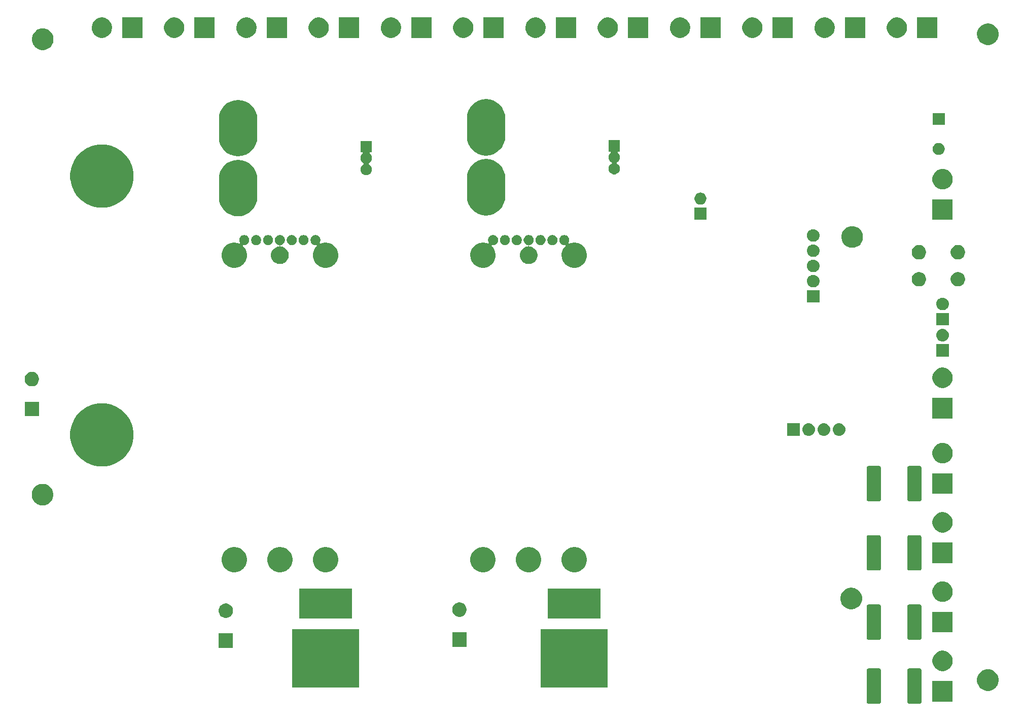
<source format=gbr>
G04 #@! TF.GenerationSoftware,KiCad,Pcbnew,(5.0.1)-3*
G04 #@! TF.CreationDate,2018-11-05T16:43:38-06:00*
G04 #@! TF.ProjectId,power_board,706F7765725F626F6172642E6B696361,rev?*
G04 #@! TF.SameCoordinates,Original*
G04 #@! TF.FileFunction,Soldermask,Bot*
G04 #@! TF.FilePolarity,Negative*
%FSLAX46Y46*%
G04 Gerber Fmt 4.6, Leading zero omitted, Abs format (unit mm)*
G04 Created by KiCad (PCBNEW (5.0.1)-3) date 11/5/2018 4:43:38 PM*
%MOMM*%
%LPD*%
G01*
G04 APERTURE LIST*
%ADD10C,0.100000*%
G04 APERTURE END LIST*
D10*
G36*
X217909820Y-143129617D02*
X217948997Y-143141501D01*
X217985094Y-143160795D01*
X218016736Y-143186764D01*
X218042705Y-143218406D01*
X218061999Y-143254503D01*
X218073883Y-143293680D01*
X218078500Y-143340556D01*
X218078500Y-148759444D01*
X218073883Y-148806320D01*
X218061999Y-148845497D01*
X218042705Y-148881594D01*
X218016736Y-148913236D01*
X217985094Y-148939205D01*
X217948997Y-148958499D01*
X217909820Y-148970383D01*
X217862944Y-148975000D01*
X215969056Y-148975000D01*
X215922180Y-148970383D01*
X215883003Y-148958499D01*
X215846906Y-148939205D01*
X215815264Y-148913236D01*
X215789295Y-148881594D01*
X215770001Y-148845497D01*
X215758117Y-148806320D01*
X215753500Y-148759444D01*
X215753500Y-143340556D01*
X215758117Y-143293680D01*
X215770001Y-143254503D01*
X215789295Y-143218406D01*
X215815264Y-143186764D01*
X215846906Y-143160795D01*
X215883003Y-143141501D01*
X215922180Y-143129617D01*
X215969056Y-143125000D01*
X217862944Y-143125000D01*
X217909820Y-143129617D01*
X217909820Y-143129617D01*
G37*
G36*
X211134820Y-143129617D02*
X211173997Y-143141501D01*
X211210094Y-143160795D01*
X211241736Y-143186764D01*
X211267705Y-143218406D01*
X211286999Y-143254503D01*
X211298883Y-143293680D01*
X211303500Y-143340556D01*
X211303500Y-148759444D01*
X211298883Y-148806320D01*
X211286999Y-148845497D01*
X211267705Y-148881594D01*
X211241736Y-148913236D01*
X211210094Y-148939205D01*
X211173997Y-148958499D01*
X211134820Y-148970383D01*
X211087944Y-148975000D01*
X209194056Y-148975000D01*
X209147180Y-148970383D01*
X209108003Y-148958499D01*
X209071906Y-148939205D01*
X209040264Y-148913236D01*
X209014295Y-148881594D01*
X208995001Y-148845497D01*
X208983117Y-148806320D01*
X208978500Y-148759444D01*
X208978500Y-143340556D01*
X208983117Y-143293680D01*
X208995001Y-143254503D01*
X209014295Y-143218406D01*
X209040264Y-143186764D01*
X209071906Y-143160795D01*
X209108003Y-143141501D01*
X209147180Y-143129617D01*
X209194056Y-143125000D01*
X211087944Y-143125000D01*
X211134820Y-143129617D01*
X211134820Y-143129617D01*
G37*
G36*
X223315000Y-148639000D02*
X219915000Y-148639000D01*
X219915000Y-145239000D01*
X223315000Y-145239000D01*
X223315000Y-148639000D01*
X223315000Y-148639000D01*
G37*
G36*
X229533822Y-143293680D02*
X229709241Y-143328573D01*
X230036820Y-143464261D01*
X230327711Y-143658628D01*
X230331636Y-143661251D01*
X230582349Y-143911964D01*
X230779340Y-144206782D01*
X230915027Y-144534360D01*
X230984200Y-144882114D01*
X230984200Y-145236686D01*
X230915027Y-145584440D01*
X230779340Y-145912018D01*
X230582349Y-146206836D01*
X230331636Y-146457549D01*
X230331633Y-146457551D01*
X230036820Y-146654539D01*
X229709241Y-146790227D01*
X229593322Y-146813285D01*
X229361486Y-146859400D01*
X229006914Y-146859400D01*
X228775078Y-146813285D01*
X228659159Y-146790227D01*
X228331580Y-146654539D01*
X228036767Y-146457551D01*
X228036764Y-146457549D01*
X227786051Y-146206836D01*
X227589060Y-145912018D01*
X227453373Y-145584440D01*
X227384200Y-145236686D01*
X227384200Y-144882114D01*
X227453373Y-144534360D01*
X227589060Y-144206782D01*
X227786051Y-143911964D01*
X228036764Y-143661251D01*
X228040689Y-143658628D01*
X228331580Y-143464261D01*
X228659159Y-143328573D01*
X228834578Y-143293680D01*
X229006914Y-143259400D01*
X229361486Y-143259400D01*
X229533822Y-143293680D01*
X229533822Y-143293680D01*
G37*
G36*
X165747000Y-146324000D02*
X154547000Y-146324000D01*
X154547000Y-136524000D01*
X165747000Y-136524000D01*
X165747000Y-146324000D01*
X165747000Y-146324000D01*
G37*
G36*
X124218000Y-146324000D02*
X113018000Y-146324000D01*
X113018000Y-136524000D01*
X124218000Y-136524000D01*
X124218000Y-146324000D01*
X124218000Y-146324000D01*
G37*
G36*
X222001393Y-140202553D02*
X222110872Y-140224330D01*
X222420252Y-140352479D01*
X222698687Y-140538523D01*
X222935477Y-140775313D01*
X223121521Y-141053748D01*
X223249670Y-141363128D01*
X223315000Y-141691565D01*
X223315000Y-142026435D01*
X223249670Y-142354872D01*
X223121521Y-142664252D01*
X222935477Y-142942687D01*
X222698687Y-143179477D01*
X222420252Y-143365521D01*
X222110872Y-143493670D01*
X222001393Y-143515447D01*
X221782437Y-143559000D01*
X221447563Y-143559000D01*
X221228607Y-143515447D01*
X221119128Y-143493670D01*
X220809748Y-143365521D01*
X220531313Y-143179477D01*
X220294523Y-142942687D01*
X220108479Y-142664252D01*
X219980330Y-142354872D01*
X219915000Y-142026435D01*
X219915000Y-141691565D01*
X219980330Y-141363128D01*
X220108479Y-141053748D01*
X220294523Y-140775313D01*
X220531313Y-140538523D01*
X220809748Y-140352479D01*
X221119128Y-140224330D01*
X221228607Y-140202553D01*
X221447563Y-140159000D01*
X221782437Y-140159000D01*
X222001393Y-140202553D01*
X222001393Y-140202553D01*
G37*
G36*
X103181000Y-139677000D02*
X100781000Y-139677000D01*
X100781000Y-137277000D01*
X103181000Y-137277000D01*
X103181000Y-139677000D01*
X103181000Y-139677000D01*
G37*
G36*
X142170000Y-139503000D02*
X139770000Y-139503000D01*
X139770000Y-137103000D01*
X142170000Y-137103000D01*
X142170000Y-139503000D01*
X142170000Y-139503000D01*
G37*
G36*
X211134820Y-132461617D02*
X211173997Y-132473501D01*
X211210094Y-132492795D01*
X211241736Y-132518764D01*
X211267705Y-132550406D01*
X211286999Y-132586503D01*
X211298883Y-132625680D01*
X211303500Y-132672556D01*
X211303500Y-138091444D01*
X211298883Y-138138320D01*
X211286999Y-138177497D01*
X211267705Y-138213594D01*
X211241736Y-138245236D01*
X211210094Y-138271205D01*
X211173997Y-138290499D01*
X211134820Y-138302383D01*
X211087944Y-138307000D01*
X209194056Y-138307000D01*
X209147180Y-138302383D01*
X209108003Y-138290499D01*
X209071906Y-138271205D01*
X209040264Y-138245236D01*
X209014295Y-138213594D01*
X208995001Y-138177497D01*
X208983117Y-138138320D01*
X208978500Y-138091444D01*
X208978500Y-132672556D01*
X208983117Y-132625680D01*
X208995001Y-132586503D01*
X209014295Y-132550406D01*
X209040264Y-132518764D01*
X209071906Y-132492795D01*
X209108003Y-132473501D01*
X209147180Y-132461617D01*
X209194056Y-132457000D01*
X211087944Y-132457000D01*
X211134820Y-132461617D01*
X211134820Y-132461617D01*
G37*
G36*
X217909820Y-132461617D02*
X217948997Y-132473501D01*
X217985094Y-132492795D01*
X218016736Y-132518764D01*
X218042705Y-132550406D01*
X218061999Y-132586503D01*
X218073883Y-132625680D01*
X218078500Y-132672556D01*
X218078500Y-138091444D01*
X218073883Y-138138320D01*
X218061999Y-138177497D01*
X218042705Y-138213594D01*
X218016736Y-138245236D01*
X217985094Y-138271205D01*
X217948997Y-138290499D01*
X217909820Y-138302383D01*
X217862944Y-138307000D01*
X215969056Y-138307000D01*
X215922180Y-138302383D01*
X215883003Y-138290499D01*
X215846906Y-138271205D01*
X215815264Y-138245236D01*
X215789295Y-138213594D01*
X215770001Y-138177497D01*
X215758117Y-138138320D01*
X215753500Y-138091444D01*
X215753500Y-132672556D01*
X215758117Y-132625680D01*
X215770001Y-132586503D01*
X215789295Y-132550406D01*
X215815264Y-132518764D01*
X215846906Y-132492795D01*
X215883003Y-132473501D01*
X215922180Y-132461617D01*
X215969056Y-132457000D01*
X217862944Y-132457000D01*
X217909820Y-132461617D01*
X217909820Y-132461617D01*
G37*
G36*
X223315000Y-137082000D02*
X219915000Y-137082000D01*
X219915000Y-133682000D01*
X223315000Y-133682000D01*
X223315000Y-137082000D01*
X223315000Y-137082000D01*
G37*
G36*
X164557000Y-134774000D02*
X155737000Y-134774000D01*
X155737000Y-129774000D01*
X164557000Y-129774000D01*
X164557000Y-134774000D01*
X164557000Y-134774000D01*
G37*
G36*
X123028000Y-134774000D02*
X114208000Y-134774000D01*
X114208000Y-129774000D01*
X123028000Y-129774000D01*
X123028000Y-134774000D01*
X123028000Y-134774000D01*
G37*
G36*
X102331026Y-132323115D02*
X102549412Y-132413573D01*
X102745958Y-132544901D01*
X102913099Y-132712042D01*
X103044427Y-132908588D01*
X103134885Y-133126974D01*
X103181000Y-133358809D01*
X103181000Y-133595191D01*
X103134885Y-133827026D01*
X103044427Y-134045412D01*
X102913099Y-134241958D01*
X102745958Y-134409099D01*
X102549412Y-134540427D01*
X102331026Y-134630885D01*
X102099191Y-134677000D01*
X101862809Y-134677000D01*
X101630974Y-134630885D01*
X101412588Y-134540427D01*
X101216042Y-134409099D01*
X101048901Y-134241958D01*
X100917573Y-134045412D01*
X100827115Y-133827026D01*
X100781000Y-133595191D01*
X100781000Y-133358809D01*
X100827115Y-133126974D01*
X100917573Y-132908588D01*
X101048901Y-132712042D01*
X101216042Y-132544901D01*
X101412588Y-132413573D01*
X101630974Y-132323115D01*
X101862809Y-132277000D01*
X102099191Y-132277000D01*
X102331026Y-132323115D01*
X102331026Y-132323115D01*
G37*
G36*
X141320026Y-132149115D02*
X141538412Y-132239573D01*
X141734958Y-132370901D01*
X141902099Y-132538042D01*
X142033427Y-132734588D01*
X142123885Y-132952974D01*
X142170000Y-133184809D01*
X142170000Y-133421191D01*
X142123885Y-133653026D01*
X142033427Y-133871412D01*
X141902099Y-134067958D01*
X141734958Y-134235099D01*
X141538412Y-134366427D01*
X141320026Y-134456885D01*
X141088191Y-134503000D01*
X140851809Y-134503000D01*
X140619974Y-134456885D01*
X140401588Y-134366427D01*
X140205042Y-134235099D01*
X140037901Y-134067958D01*
X139906573Y-133871412D01*
X139816115Y-133653026D01*
X139770000Y-133421191D01*
X139770000Y-133184809D01*
X139816115Y-132952974D01*
X139906573Y-132734588D01*
X140037901Y-132538042D01*
X140205042Y-132370901D01*
X140401588Y-132239573D01*
X140619974Y-132149115D01*
X140851809Y-132103000D01*
X141088191Y-132103000D01*
X141320026Y-132149115D01*
X141320026Y-132149115D01*
G37*
G36*
X206784122Y-129691115D02*
X206900041Y-129714173D01*
X207227620Y-129849861D01*
X207518511Y-130044228D01*
X207522436Y-130046851D01*
X207773149Y-130297564D01*
X207773151Y-130297567D01*
X207887990Y-130469435D01*
X207970140Y-130592382D01*
X208105827Y-130919960D01*
X208175000Y-131267714D01*
X208175000Y-131622286D01*
X208174962Y-131622477D01*
X208105827Y-131970041D01*
X208009881Y-132201674D01*
X207994183Y-132239574D01*
X207970139Y-132297620D01*
X207859768Y-132462802D01*
X207773149Y-132592436D01*
X207522436Y-132843149D01*
X207522433Y-132843151D01*
X207227620Y-133040139D01*
X206900041Y-133175827D01*
X206854885Y-133184809D01*
X206552286Y-133245000D01*
X206197714Y-133245000D01*
X205895115Y-133184809D01*
X205849959Y-133175827D01*
X205522380Y-133040139D01*
X205227567Y-132843151D01*
X205227564Y-132843149D01*
X204976851Y-132592436D01*
X204890232Y-132462802D01*
X204779861Y-132297620D01*
X204755818Y-132239574D01*
X204740119Y-132201674D01*
X204644173Y-131970041D01*
X204575038Y-131622477D01*
X204575000Y-131622286D01*
X204575000Y-131267714D01*
X204644173Y-130919960D01*
X204779860Y-130592382D01*
X204862011Y-130469435D01*
X204976849Y-130297567D01*
X204976851Y-130297564D01*
X205227564Y-130046851D01*
X205231489Y-130044228D01*
X205522380Y-129849861D01*
X205849959Y-129714173D01*
X205965878Y-129691115D01*
X206197714Y-129645000D01*
X206552286Y-129645000D01*
X206784122Y-129691115D01*
X206784122Y-129691115D01*
G37*
G36*
X222001393Y-128645553D02*
X222110872Y-128667330D01*
X222420252Y-128795479D01*
X222698687Y-128981523D01*
X222935477Y-129218313D01*
X223121521Y-129496748D01*
X223211581Y-129714173D01*
X223249670Y-129806129D01*
X223315000Y-130134563D01*
X223315000Y-130469437D01*
X223271447Y-130688393D01*
X223249670Y-130797872D01*
X223121521Y-131107252D01*
X222935477Y-131385687D01*
X222698687Y-131622477D01*
X222420252Y-131808521D01*
X222110872Y-131936670D01*
X222001393Y-131958447D01*
X221782437Y-132002000D01*
X221447563Y-132002000D01*
X221228607Y-131958447D01*
X221119128Y-131936670D01*
X220809748Y-131808521D01*
X220531313Y-131622477D01*
X220294523Y-131385687D01*
X220108479Y-131107252D01*
X219980330Y-130797872D01*
X219958553Y-130688393D01*
X219915000Y-130469437D01*
X219915000Y-130134563D01*
X219980330Y-129806129D01*
X220018419Y-129714173D01*
X220108479Y-129496748D01*
X220294523Y-129218313D01*
X220531313Y-128981523D01*
X220809748Y-128795479D01*
X221119128Y-128667330D01*
X221228607Y-128645553D01*
X221447563Y-128602000D01*
X221782437Y-128602000D01*
X222001393Y-128645553D01*
X222001393Y-128645553D01*
G37*
G36*
X160625445Y-122916929D02*
X160761006Y-122943894D01*
X161144091Y-123102573D01*
X161486536Y-123331388D01*
X161488862Y-123332942D01*
X161782058Y-123626138D01*
X161782060Y-123626141D01*
X162012427Y-123970909D01*
X162171106Y-124353994D01*
X162252000Y-124760676D01*
X162252000Y-125175324D01*
X162171106Y-125582006D01*
X162012427Y-125965091D01*
X161783612Y-126307536D01*
X161782058Y-126309862D01*
X161488862Y-126603058D01*
X161488859Y-126603060D01*
X161144091Y-126833427D01*
X160761006Y-126992106D01*
X160625445Y-127019071D01*
X160354326Y-127073000D01*
X159939674Y-127073000D01*
X159668555Y-127019071D01*
X159532994Y-126992106D01*
X159149909Y-126833427D01*
X158805141Y-126603060D01*
X158805138Y-126603058D01*
X158511942Y-126309862D01*
X158510388Y-126307536D01*
X158281573Y-125965091D01*
X158122894Y-125582006D01*
X158042000Y-125175324D01*
X158042000Y-124760676D01*
X158122894Y-124353994D01*
X158281573Y-123970909D01*
X158511940Y-123626141D01*
X158511942Y-123626138D01*
X158805138Y-123332942D01*
X158807464Y-123331388D01*
X159149909Y-123102573D01*
X159532994Y-122943894D01*
X159668555Y-122916929D01*
X159939674Y-122863000D01*
X160354326Y-122863000D01*
X160625445Y-122916929D01*
X160625445Y-122916929D01*
G37*
G36*
X103856445Y-122916929D02*
X103992006Y-122943894D01*
X104375091Y-123102573D01*
X104717536Y-123331388D01*
X104719862Y-123332942D01*
X105013058Y-123626138D01*
X105013060Y-123626141D01*
X105243427Y-123970909D01*
X105402106Y-124353994D01*
X105483000Y-124760676D01*
X105483000Y-125175324D01*
X105402106Y-125582006D01*
X105243427Y-125965091D01*
X105014612Y-126307536D01*
X105013058Y-126309862D01*
X104719862Y-126603058D01*
X104719859Y-126603060D01*
X104375091Y-126833427D01*
X103992006Y-126992106D01*
X103856445Y-127019071D01*
X103585326Y-127073000D01*
X103170674Y-127073000D01*
X102899555Y-127019071D01*
X102763994Y-126992106D01*
X102380909Y-126833427D01*
X102036141Y-126603060D01*
X102036138Y-126603058D01*
X101742942Y-126309862D01*
X101741388Y-126307536D01*
X101512573Y-125965091D01*
X101353894Y-125582006D01*
X101273000Y-125175324D01*
X101273000Y-124760676D01*
X101353894Y-124353994D01*
X101512573Y-123970909D01*
X101742940Y-123626141D01*
X101742942Y-123626138D01*
X102036138Y-123332942D01*
X102038464Y-123331388D01*
X102380909Y-123102573D01*
X102763994Y-122943894D01*
X102899555Y-122916929D01*
X103170674Y-122863000D01*
X103585326Y-122863000D01*
X103856445Y-122916929D01*
X103856445Y-122916929D01*
G37*
G36*
X111476445Y-122916929D02*
X111612006Y-122943894D01*
X111995091Y-123102573D01*
X112337536Y-123331388D01*
X112339862Y-123332942D01*
X112633058Y-123626138D01*
X112633060Y-123626141D01*
X112863427Y-123970909D01*
X113022106Y-124353994D01*
X113103000Y-124760676D01*
X113103000Y-125175324D01*
X113022106Y-125582006D01*
X112863427Y-125965091D01*
X112634612Y-126307536D01*
X112633058Y-126309862D01*
X112339862Y-126603058D01*
X112339859Y-126603060D01*
X111995091Y-126833427D01*
X111612006Y-126992106D01*
X111476445Y-127019071D01*
X111205326Y-127073000D01*
X110790674Y-127073000D01*
X110519555Y-127019071D01*
X110383994Y-126992106D01*
X110000909Y-126833427D01*
X109656141Y-126603060D01*
X109656138Y-126603058D01*
X109362942Y-126309862D01*
X109361388Y-126307536D01*
X109132573Y-125965091D01*
X108973894Y-125582006D01*
X108893000Y-125175324D01*
X108893000Y-124760676D01*
X108973894Y-124353994D01*
X109132573Y-123970909D01*
X109362940Y-123626141D01*
X109362942Y-123626138D01*
X109656138Y-123332942D01*
X109658464Y-123331388D01*
X110000909Y-123102573D01*
X110383994Y-122943894D01*
X110519555Y-122916929D01*
X110790674Y-122863000D01*
X111205326Y-122863000D01*
X111476445Y-122916929D01*
X111476445Y-122916929D01*
G37*
G36*
X119096445Y-122916929D02*
X119232006Y-122943894D01*
X119615091Y-123102573D01*
X119957536Y-123331388D01*
X119959862Y-123332942D01*
X120253058Y-123626138D01*
X120253060Y-123626141D01*
X120483427Y-123970909D01*
X120642106Y-124353994D01*
X120723000Y-124760676D01*
X120723000Y-125175324D01*
X120642106Y-125582006D01*
X120483427Y-125965091D01*
X120254612Y-126307536D01*
X120253058Y-126309862D01*
X119959862Y-126603058D01*
X119959859Y-126603060D01*
X119615091Y-126833427D01*
X119232006Y-126992106D01*
X119096445Y-127019071D01*
X118825326Y-127073000D01*
X118410674Y-127073000D01*
X118139555Y-127019071D01*
X118003994Y-126992106D01*
X117620909Y-126833427D01*
X117276141Y-126603060D01*
X117276138Y-126603058D01*
X116982942Y-126309862D01*
X116981388Y-126307536D01*
X116752573Y-125965091D01*
X116593894Y-125582006D01*
X116513000Y-125175324D01*
X116513000Y-124760676D01*
X116593894Y-124353994D01*
X116752573Y-123970909D01*
X116982940Y-123626141D01*
X116982942Y-123626138D01*
X117276138Y-123332942D01*
X117278464Y-123331388D01*
X117620909Y-123102573D01*
X118003994Y-122943894D01*
X118139555Y-122916929D01*
X118410674Y-122863000D01*
X118825326Y-122863000D01*
X119096445Y-122916929D01*
X119096445Y-122916929D01*
G37*
G36*
X145385445Y-122916929D02*
X145521006Y-122943894D01*
X145904091Y-123102573D01*
X146246536Y-123331388D01*
X146248862Y-123332942D01*
X146542058Y-123626138D01*
X146542060Y-123626141D01*
X146772427Y-123970909D01*
X146931106Y-124353994D01*
X147012000Y-124760676D01*
X147012000Y-125175324D01*
X146931106Y-125582006D01*
X146772427Y-125965091D01*
X146543612Y-126307536D01*
X146542058Y-126309862D01*
X146248862Y-126603058D01*
X146248859Y-126603060D01*
X145904091Y-126833427D01*
X145521006Y-126992106D01*
X145385445Y-127019071D01*
X145114326Y-127073000D01*
X144699674Y-127073000D01*
X144428555Y-127019071D01*
X144292994Y-126992106D01*
X143909909Y-126833427D01*
X143565141Y-126603060D01*
X143565138Y-126603058D01*
X143271942Y-126309862D01*
X143270388Y-126307536D01*
X143041573Y-125965091D01*
X142882894Y-125582006D01*
X142802000Y-125175324D01*
X142802000Y-124760676D01*
X142882894Y-124353994D01*
X143041573Y-123970909D01*
X143271940Y-123626141D01*
X143271942Y-123626138D01*
X143565138Y-123332942D01*
X143567464Y-123331388D01*
X143909909Y-123102573D01*
X144292994Y-122943894D01*
X144428555Y-122916929D01*
X144699674Y-122863000D01*
X145114326Y-122863000D01*
X145385445Y-122916929D01*
X145385445Y-122916929D01*
G37*
G36*
X153005445Y-122916929D02*
X153141006Y-122943894D01*
X153524091Y-123102573D01*
X153866536Y-123331388D01*
X153868862Y-123332942D01*
X154162058Y-123626138D01*
X154162060Y-123626141D01*
X154392427Y-123970909D01*
X154551106Y-124353994D01*
X154632000Y-124760676D01*
X154632000Y-125175324D01*
X154551106Y-125582006D01*
X154392427Y-125965091D01*
X154163612Y-126307536D01*
X154162058Y-126309862D01*
X153868862Y-126603058D01*
X153868859Y-126603060D01*
X153524091Y-126833427D01*
X153141006Y-126992106D01*
X153005445Y-127019071D01*
X152734326Y-127073000D01*
X152319674Y-127073000D01*
X152048555Y-127019071D01*
X151912994Y-126992106D01*
X151529909Y-126833427D01*
X151185141Y-126603060D01*
X151185138Y-126603058D01*
X150891942Y-126309862D01*
X150890388Y-126307536D01*
X150661573Y-125965091D01*
X150502894Y-125582006D01*
X150422000Y-125175324D01*
X150422000Y-124760676D01*
X150502894Y-124353994D01*
X150661573Y-123970909D01*
X150891940Y-123626141D01*
X150891942Y-123626138D01*
X151185138Y-123332942D01*
X151187464Y-123331388D01*
X151529909Y-123102573D01*
X151912994Y-122943894D01*
X152048555Y-122916929D01*
X152319674Y-122863000D01*
X152734326Y-122863000D01*
X153005445Y-122916929D01*
X153005445Y-122916929D01*
G37*
G36*
X211134820Y-120904617D02*
X211173997Y-120916501D01*
X211210094Y-120935795D01*
X211241736Y-120961764D01*
X211267705Y-120993406D01*
X211286999Y-121029503D01*
X211298883Y-121068680D01*
X211303500Y-121115556D01*
X211303500Y-126534444D01*
X211298883Y-126581320D01*
X211286999Y-126620497D01*
X211267705Y-126656594D01*
X211241736Y-126688236D01*
X211210094Y-126714205D01*
X211173997Y-126733499D01*
X211134820Y-126745383D01*
X211087944Y-126750000D01*
X209194056Y-126750000D01*
X209147180Y-126745383D01*
X209108003Y-126733499D01*
X209071906Y-126714205D01*
X209040264Y-126688236D01*
X209014295Y-126656594D01*
X208995001Y-126620497D01*
X208983117Y-126581320D01*
X208978500Y-126534444D01*
X208978500Y-121115556D01*
X208983117Y-121068680D01*
X208995001Y-121029503D01*
X209014295Y-120993406D01*
X209040264Y-120961764D01*
X209071906Y-120935795D01*
X209108003Y-120916501D01*
X209147180Y-120904617D01*
X209194056Y-120900000D01*
X211087944Y-120900000D01*
X211134820Y-120904617D01*
X211134820Y-120904617D01*
G37*
G36*
X217909820Y-120904617D02*
X217948997Y-120916501D01*
X217985094Y-120935795D01*
X218016736Y-120961764D01*
X218042705Y-120993406D01*
X218061999Y-121029503D01*
X218073883Y-121068680D01*
X218078500Y-121115556D01*
X218078500Y-126534444D01*
X218073883Y-126581320D01*
X218061999Y-126620497D01*
X218042705Y-126656594D01*
X218016736Y-126688236D01*
X217985094Y-126714205D01*
X217948997Y-126733499D01*
X217909820Y-126745383D01*
X217862944Y-126750000D01*
X215969056Y-126750000D01*
X215922180Y-126745383D01*
X215883003Y-126733499D01*
X215846906Y-126714205D01*
X215815264Y-126688236D01*
X215789295Y-126656594D01*
X215770001Y-126620497D01*
X215758117Y-126581320D01*
X215753500Y-126534444D01*
X215753500Y-121115556D01*
X215758117Y-121068680D01*
X215770001Y-121029503D01*
X215789295Y-120993406D01*
X215815264Y-120961764D01*
X215846906Y-120935795D01*
X215883003Y-120916501D01*
X215922180Y-120904617D01*
X215969056Y-120900000D01*
X217862944Y-120900000D01*
X217909820Y-120904617D01*
X217909820Y-120904617D01*
G37*
G36*
X223315000Y-125525000D02*
X219915000Y-125525000D01*
X219915000Y-122125000D01*
X223315000Y-122125000D01*
X223315000Y-125525000D01*
X223315000Y-125525000D01*
G37*
G36*
X222001393Y-117088553D02*
X222110872Y-117110330D01*
X222420252Y-117238479D01*
X222698687Y-117424523D01*
X222935477Y-117661313D01*
X223121521Y-117939748D01*
X223249670Y-118249128D01*
X223315000Y-118577565D01*
X223315000Y-118912435D01*
X223249670Y-119240872D01*
X223121521Y-119550252D01*
X222935477Y-119828687D01*
X222698687Y-120065477D01*
X222420252Y-120251521D01*
X222110872Y-120379670D01*
X222001393Y-120401447D01*
X221782437Y-120445000D01*
X221447563Y-120445000D01*
X221228607Y-120401447D01*
X221119128Y-120379670D01*
X220809748Y-120251521D01*
X220531313Y-120065477D01*
X220294523Y-119828687D01*
X220108479Y-119550252D01*
X219980330Y-119240872D01*
X219915000Y-118912435D01*
X219915000Y-118577565D01*
X219980330Y-118249128D01*
X220108479Y-117939748D01*
X220294523Y-117661313D01*
X220531313Y-117424523D01*
X220809748Y-117238479D01*
X221119128Y-117110330D01*
X221228607Y-117088553D01*
X221447563Y-117045000D01*
X221782437Y-117045000D01*
X222001393Y-117088553D01*
X222001393Y-117088553D01*
G37*
G36*
X71783122Y-112368315D02*
X71899041Y-112391373D01*
X72226620Y-112527061D01*
X72517511Y-112721428D01*
X72521436Y-112724051D01*
X72772149Y-112974764D01*
X72969140Y-113269582D01*
X73104827Y-113597160D01*
X73174000Y-113944914D01*
X73174000Y-114299486D01*
X73104827Y-114647240D01*
X72979437Y-114949960D01*
X72969139Y-114974820D01*
X72823356Y-115193000D01*
X72772149Y-115269636D01*
X72521436Y-115520349D01*
X72521433Y-115520351D01*
X72226620Y-115717339D01*
X71899041Y-115853027D01*
X71783122Y-115876085D01*
X71551286Y-115922200D01*
X71196714Y-115922200D01*
X70964878Y-115876085D01*
X70848959Y-115853027D01*
X70521380Y-115717339D01*
X70226567Y-115520351D01*
X70226564Y-115520349D01*
X69975851Y-115269636D01*
X69924644Y-115193000D01*
X69778861Y-114974820D01*
X69768564Y-114949960D01*
X69643173Y-114647240D01*
X69574000Y-114299486D01*
X69574000Y-113944914D01*
X69643173Y-113597160D01*
X69778860Y-113269582D01*
X69975851Y-112974764D01*
X70226564Y-112724051D01*
X70230489Y-112721428D01*
X70521380Y-112527061D01*
X70848959Y-112391373D01*
X70964878Y-112368315D01*
X71196714Y-112322200D01*
X71551286Y-112322200D01*
X71783122Y-112368315D01*
X71783122Y-112368315D01*
G37*
G36*
X217909820Y-109347617D02*
X217948997Y-109359501D01*
X217985094Y-109378795D01*
X218016736Y-109404764D01*
X218042705Y-109436406D01*
X218061999Y-109472503D01*
X218073883Y-109511680D01*
X218078500Y-109558556D01*
X218078500Y-114977444D01*
X218073883Y-115024320D01*
X218061999Y-115063497D01*
X218042705Y-115099594D01*
X218016736Y-115131236D01*
X217985094Y-115157205D01*
X217948997Y-115176499D01*
X217909820Y-115188383D01*
X217862944Y-115193000D01*
X215969056Y-115193000D01*
X215922180Y-115188383D01*
X215883003Y-115176499D01*
X215846906Y-115157205D01*
X215815264Y-115131236D01*
X215789295Y-115099594D01*
X215770001Y-115063497D01*
X215758117Y-115024320D01*
X215753500Y-114977444D01*
X215753500Y-109558556D01*
X215758117Y-109511680D01*
X215770001Y-109472503D01*
X215789295Y-109436406D01*
X215815264Y-109404764D01*
X215846906Y-109378795D01*
X215883003Y-109359501D01*
X215922180Y-109347617D01*
X215969056Y-109343000D01*
X217862944Y-109343000D01*
X217909820Y-109347617D01*
X217909820Y-109347617D01*
G37*
G36*
X211134820Y-109347617D02*
X211173997Y-109359501D01*
X211210094Y-109378795D01*
X211241736Y-109404764D01*
X211267705Y-109436406D01*
X211286999Y-109472503D01*
X211298883Y-109511680D01*
X211303500Y-109558556D01*
X211303500Y-114977444D01*
X211298883Y-115024320D01*
X211286999Y-115063497D01*
X211267705Y-115099594D01*
X211241736Y-115131236D01*
X211210094Y-115157205D01*
X211173997Y-115176499D01*
X211134820Y-115188383D01*
X211087944Y-115193000D01*
X209194056Y-115193000D01*
X209147180Y-115188383D01*
X209108003Y-115176499D01*
X209071906Y-115157205D01*
X209040264Y-115131236D01*
X209014295Y-115099594D01*
X208995001Y-115063497D01*
X208983117Y-115024320D01*
X208978500Y-114977444D01*
X208978500Y-109558556D01*
X208983117Y-109511680D01*
X208995001Y-109472503D01*
X209014295Y-109436406D01*
X209040264Y-109404764D01*
X209071906Y-109378795D01*
X209108003Y-109359501D01*
X209147180Y-109347617D01*
X209194056Y-109343000D01*
X211087944Y-109343000D01*
X211134820Y-109347617D01*
X211134820Y-109347617D01*
G37*
G36*
X223315000Y-113968000D02*
X219915000Y-113968000D01*
X219915000Y-110568000D01*
X223315000Y-110568000D01*
X223315000Y-113968000D01*
X223315000Y-113968000D01*
G37*
G36*
X81945195Y-98888874D02*
X82820119Y-99062907D01*
X83781018Y-99460924D01*
X84645804Y-100038756D01*
X85381244Y-100774196D01*
X85959076Y-101638982D01*
X86357093Y-102599881D01*
X86560000Y-103619965D01*
X86560000Y-104660035D01*
X86357093Y-105680119D01*
X85959076Y-106641018D01*
X85381244Y-107505804D01*
X84645804Y-108241244D01*
X83781018Y-108819076D01*
X82820119Y-109217093D01*
X81945195Y-109391126D01*
X81800036Y-109420000D01*
X80759964Y-109420000D01*
X80614805Y-109391126D01*
X79739881Y-109217093D01*
X78778982Y-108819076D01*
X77914196Y-108241244D01*
X77178756Y-107505804D01*
X76600924Y-106641018D01*
X76202907Y-105680119D01*
X76000000Y-104660035D01*
X76000000Y-103619965D01*
X76202907Y-102599881D01*
X76600924Y-101638982D01*
X77178756Y-100774196D01*
X77914196Y-100038756D01*
X78778982Y-99460924D01*
X79739881Y-99062907D01*
X80614805Y-98888874D01*
X80759964Y-98860000D01*
X81800036Y-98860000D01*
X81945195Y-98888874D01*
X81945195Y-98888874D01*
G37*
G36*
X222001393Y-105531553D02*
X222110872Y-105553330D01*
X222420252Y-105681479D01*
X222698687Y-105867523D01*
X222935477Y-106104313D01*
X223121521Y-106382748D01*
X223249670Y-106692128D01*
X223249670Y-106692129D01*
X223315000Y-107020563D01*
X223315000Y-107355437D01*
X223271447Y-107574393D01*
X223249670Y-107683872D01*
X223121521Y-107993252D01*
X222935477Y-108271687D01*
X222698687Y-108508477D01*
X222420252Y-108694521D01*
X222110872Y-108822670D01*
X222001393Y-108844447D01*
X221782437Y-108888000D01*
X221447563Y-108888000D01*
X221228607Y-108844447D01*
X221119128Y-108822670D01*
X220809748Y-108694521D01*
X220531313Y-108508477D01*
X220294523Y-108271687D01*
X220108479Y-107993252D01*
X219980330Y-107683872D01*
X219958553Y-107574393D01*
X219915000Y-107355437D01*
X219915000Y-107020563D01*
X219980330Y-106692129D01*
X219980330Y-106692128D01*
X220108479Y-106382748D01*
X220294523Y-106104313D01*
X220531313Y-105867523D01*
X220809748Y-105681479D01*
X221119128Y-105553330D01*
X221228607Y-105531553D01*
X221447563Y-105488000D01*
X221782437Y-105488000D01*
X222001393Y-105531553D01*
X222001393Y-105531553D01*
G37*
G36*
X201931707Y-102208596D02*
X202008836Y-102216193D01*
X202140787Y-102256220D01*
X202206763Y-102276233D01*
X202389172Y-102373733D01*
X202549054Y-102504946D01*
X202680267Y-102664828D01*
X202777767Y-102847237D01*
X202777767Y-102847238D01*
X202837807Y-103045164D01*
X202858080Y-103251000D01*
X202837807Y-103456836D01*
X202797780Y-103588787D01*
X202777767Y-103654763D01*
X202680267Y-103837172D01*
X202549054Y-103997054D01*
X202389172Y-104128267D01*
X202206763Y-104225767D01*
X202140787Y-104245780D01*
X202008836Y-104285807D01*
X201931707Y-104293403D01*
X201854580Y-104301000D01*
X201751420Y-104301000D01*
X201674293Y-104293404D01*
X201597164Y-104285807D01*
X201465213Y-104245780D01*
X201399237Y-104225767D01*
X201216828Y-104128267D01*
X201056946Y-103997054D01*
X200925733Y-103837172D01*
X200828233Y-103654763D01*
X200808220Y-103588787D01*
X200768193Y-103456836D01*
X200747920Y-103251000D01*
X200768193Y-103045164D01*
X200828233Y-102847238D01*
X200828233Y-102847237D01*
X200925733Y-102664828D01*
X201056946Y-102504946D01*
X201216828Y-102373733D01*
X201399237Y-102276233D01*
X201465213Y-102256220D01*
X201597164Y-102216193D01*
X201674293Y-102208596D01*
X201751420Y-102201000D01*
X201854580Y-102201000D01*
X201931707Y-102208596D01*
X201931707Y-102208596D01*
G37*
G36*
X199391707Y-102208596D02*
X199468836Y-102216193D01*
X199600787Y-102256220D01*
X199666763Y-102276233D01*
X199849172Y-102373733D01*
X200009054Y-102504946D01*
X200140267Y-102664828D01*
X200237767Y-102847237D01*
X200237767Y-102847238D01*
X200297807Y-103045164D01*
X200318080Y-103251000D01*
X200297807Y-103456836D01*
X200257780Y-103588787D01*
X200237767Y-103654763D01*
X200140267Y-103837172D01*
X200009054Y-103997054D01*
X199849172Y-104128267D01*
X199666763Y-104225767D01*
X199600787Y-104245780D01*
X199468836Y-104285807D01*
X199391707Y-104293403D01*
X199314580Y-104301000D01*
X199211420Y-104301000D01*
X199134293Y-104293404D01*
X199057164Y-104285807D01*
X198925213Y-104245780D01*
X198859237Y-104225767D01*
X198676828Y-104128267D01*
X198516946Y-103997054D01*
X198385733Y-103837172D01*
X198288233Y-103654763D01*
X198268220Y-103588787D01*
X198228193Y-103456836D01*
X198207920Y-103251000D01*
X198228193Y-103045164D01*
X198288233Y-102847238D01*
X198288233Y-102847237D01*
X198385733Y-102664828D01*
X198516946Y-102504946D01*
X198676828Y-102373733D01*
X198859237Y-102276233D01*
X198925213Y-102256220D01*
X199057164Y-102216193D01*
X199134293Y-102208596D01*
X199211420Y-102201000D01*
X199314580Y-102201000D01*
X199391707Y-102208596D01*
X199391707Y-102208596D01*
G37*
G36*
X204471707Y-102208596D02*
X204548836Y-102216193D01*
X204680787Y-102256220D01*
X204746763Y-102276233D01*
X204929172Y-102373733D01*
X205089054Y-102504946D01*
X205220267Y-102664828D01*
X205317767Y-102847237D01*
X205317767Y-102847238D01*
X205377807Y-103045164D01*
X205398080Y-103251000D01*
X205377807Y-103456836D01*
X205337780Y-103588787D01*
X205317767Y-103654763D01*
X205220267Y-103837172D01*
X205089054Y-103997054D01*
X204929172Y-104128267D01*
X204746763Y-104225767D01*
X204680787Y-104245780D01*
X204548836Y-104285807D01*
X204471707Y-104293403D01*
X204394580Y-104301000D01*
X204291420Y-104301000D01*
X204214293Y-104293404D01*
X204137164Y-104285807D01*
X204005213Y-104245780D01*
X203939237Y-104225767D01*
X203756828Y-104128267D01*
X203596946Y-103997054D01*
X203465733Y-103837172D01*
X203368233Y-103654763D01*
X203348220Y-103588787D01*
X203308193Y-103456836D01*
X203287920Y-103251000D01*
X203308193Y-103045164D01*
X203368233Y-102847238D01*
X203368233Y-102847237D01*
X203465733Y-102664828D01*
X203596946Y-102504946D01*
X203756828Y-102373733D01*
X203939237Y-102276233D01*
X204005213Y-102256220D01*
X204137164Y-102216193D01*
X204214293Y-102208596D01*
X204291420Y-102201000D01*
X204394580Y-102201000D01*
X204471707Y-102208596D01*
X204471707Y-102208596D01*
G37*
G36*
X197773000Y-104301000D02*
X195673000Y-104301000D01*
X195673000Y-102201000D01*
X197773000Y-102201000D01*
X197773000Y-104301000D01*
X197773000Y-104301000D01*
G37*
G36*
X223315000Y-101395000D02*
X219915000Y-101395000D01*
X219915000Y-97995000D01*
X223315000Y-97995000D01*
X223315000Y-101395000D01*
X223315000Y-101395000D01*
G37*
G36*
X70796000Y-101022000D02*
X68396000Y-101022000D01*
X68396000Y-98622000D01*
X70796000Y-98622000D01*
X70796000Y-101022000D01*
X70796000Y-101022000D01*
G37*
G36*
X222001393Y-92958553D02*
X222110872Y-92980330D01*
X222420252Y-93108479D01*
X222698687Y-93294523D01*
X222935477Y-93531313D01*
X223121521Y-93809748D01*
X223154721Y-93889901D01*
X223249670Y-94119129D01*
X223315000Y-94447563D01*
X223315000Y-94782437D01*
X223271447Y-95001393D01*
X223249670Y-95110872D01*
X223121521Y-95420252D01*
X222935477Y-95698687D01*
X222698687Y-95935477D01*
X222420252Y-96121521D01*
X222110872Y-96249670D01*
X222001393Y-96271447D01*
X221782437Y-96315000D01*
X221447563Y-96315000D01*
X221228607Y-96271447D01*
X221119128Y-96249670D01*
X220809748Y-96121521D01*
X220531313Y-95935477D01*
X220294523Y-95698687D01*
X220108479Y-95420252D01*
X219980330Y-95110872D01*
X219958553Y-95001393D01*
X219915000Y-94782437D01*
X219915000Y-94447563D01*
X219980330Y-94119129D01*
X220075279Y-93889901D01*
X220108479Y-93809748D01*
X220294523Y-93531313D01*
X220531313Y-93294523D01*
X220809748Y-93108479D01*
X221119128Y-92980330D01*
X221228607Y-92958553D01*
X221447563Y-92915000D01*
X221782437Y-92915000D01*
X222001393Y-92958553D01*
X222001393Y-92958553D01*
G37*
G36*
X69946026Y-93668115D02*
X70164412Y-93758573D01*
X70360958Y-93889901D01*
X70528099Y-94057042D01*
X70659427Y-94253588D01*
X70749885Y-94471974D01*
X70796000Y-94703809D01*
X70796000Y-94940191D01*
X70749885Y-95172026D01*
X70659427Y-95390412D01*
X70528099Y-95586958D01*
X70360958Y-95754099D01*
X70164412Y-95885427D01*
X69946026Y-95975885D01*
X69714191Y-96022000D01*
X69477809Y-96022000D01*
X69245974Y-95975885D01*
X69027588Y-95885427D01*
X68831042Y-95754099D01*
X68663901Y-95586958D01*
X68532573Y-95390412D01*
X68442115Y-95172026D01*
X68396000Y-94940191D01*
X68396000Y-94703809D01*
X68442115Y-94471974D01*
X68532573Y-94253588D01*
X68663901Y-94057042D01*
X68831042Y-93889901D01*
X69027588Y-93758573D01*
X69245974Y-93668115D01*
X69477809Y-93622000D01*
X69714191Y-93622000D01*
X69946026Y-93668115D01*
X69946026Y-93668115D01*
G37*
G36*
X222665000Y-91093000D02*
X220565000Y-91093000D01*
X220565000Y-88993000D01*
X222665000Y-88993000D01*
X222665000Y-91093000D01*
X222665000Y-91093000D01*
G37*
G36*
X221743707Y-86460597D02*
X221820836Y-86468193D01*
X221952787Y-86508220D01*
X222018763Y-86528233D01*
X222201172Y-86625733D01*
X222361054Y-86756946D01*
X222492267Y-86916828D01*
X222589767Y-87099237D01*
X222589767Y-87099238D01*
X222649807Y-87297164D01*
X222670080Y-87503000D01*
X222649807Y-87708836D01*
X222609780Y-87840787D01*
X222589767Y-87906763D01*
X222492267Y-88089172D01*
X222361054Y-88249054D01*
X222201172Y-88380267D01*
X222018763Y-88477767D01*
X221952787Y-88497780D01*
X221820836Y-88537807D01*
X221743707Y-88545404D01*
X221666580Y-88553000D01*
X221563420Y-88553000D01*
X221486293Y-88545404D01*
X221409164Y-88537807D01*
X221277213Y-88497780D01*
X221211237Y-88477767D01*
X221028828Y-88380267D01*
X220868946Y-88249054D01*
X220737733Y-88089172D01*
X220640233Y-87906763D01*
X220620220Y-87840787D01*
X220580193Y-87708836D01*
X220559920Y-87503000D01*
X220580193Y-87297164D01*
X220640233Y-87099238D01*
X220640233Y-87099237D01*
X220737733Y-86916828D01*
X220868946Y-86756946D01*
X221028828Y-86625733D01*
X221211237Y-86528233D01*
X221277213Y-86508220D01*
X221409164Y-86468193D01*
X221486293Y-86460597D01*
X221563420Y-86453000D01*
X221666580Y-86453000D01*
X221743707Y-86460597D01*
X221743707Y-86460597D01*
G37*
G36*
X222665000Y-85886000D02*
X220565000Y-85886000D01*
X220565000Y-83786000D01*
X222665000Y-83786000D01*
X222665000Y-85886000D01*
X222665000Y-85886000D01*
G37*
G36*
X221743707Y-81253596D02*
X221820836Y-81261193D01*
X221952787Y-81301220D01*
X222018763Y-81321233D01*
X222201172Y-81418733D01*
X222361054Y-81549946D01*
X222492267Y-81709828D01*
X222589767Y-81892237D01*
X222589767Y-81892238D01*
X222649807Y-82090164D01*
X222670080Y-82296000D01*
X222649807Y-82501836D01*
X222609780Y-82633787D01*
X222589767Y-82699763D01*
X222492267Y-82882172D01*
X222361054Y-83042054D01*
X222201172Y-83173267D01*
X222018763Y-83270767D01*
X221952787Y-83290780D01*
X221820836Y-83330807D01*
X221743707Y-83338403D01*
X221666580Y-83346000D01*
X221563420Y-83346000D01*
X221486293Y-83338403D01*
X221409164Y-83330807D01*
X221277213Y-83290780D01*
X221211237Y-83270767D01*
X221028828Y-83173267D01*
X220868946Y-83042054D01*
X220737733Y-82882172D01*
X220640233Y-82699763D01*
X220620220Y-82633787D01*
X220580193Y-82501836D01*
X220559920Y-82296000D01*
X220580193Y-82090164D01*
X220640233Y-81892238D01*
X220640233Y-81892237D01*
X220737733Y-81709828D01*
X220868946Y-81549946D01*
X221028828Y-81418733D01*
X221211237Y-81321233D01*
X221277213Y-81301220D01*
X221409164Y-81261193D01*
X221486293Y-81253596D01*
X221563420Y-81246000D01*
X221666580Y-81246000D01*
X221743707Y-81253596D01*
X221743707Y-81253596D01*
G37*
G36*
X201075000Y-82076000D02*
X198975000Y-82076000D01*
X198975000Y-79976000D01*
X201075000Y-79976000D01*
X201075000Y-82076000D01*
X201075000Y-82076000D01*
G37*
G36*
X200153707Y-77443597D02*
X200230836Y-77451193D01*
X200362787Y-77491220D01*
X200428763Y-77511233D01*
X200611172Y-77608733D01*
X200771054Y-77739946D01*
X200902267Y-77899828D01*
X200999767Y-78082237D01*
X200999767Y-78082238D01*
X201059807Y-78280164D01*
X201080080Y-78486000D01*
X201059807Y-78691836D01*
X201019780Y-78823787D01*
X200999767Y-78889763D01*
X200902267Y-79072172D01*
X200771054Y-79232054D01*
X200611172Y-79363267D01*
X200428763Y-79460767D01*
X200362787Y-79480780D01*
X200230836Y-79520807D01*
X200153707Y-79528404D01*
X200076580Y-79536000D01*
X199973420Y-79536000D01*
X199896293Y-79528404D01*
X199819164Y-79520807D01*
X199687213Y-79480780D01*
X199621237Y-79460767D01*
X199438828Y-79363267D01*
X199278946Y-79232054D01*
X199147733Y-79072172D01*
X199050233Y-78889763D01*
X199030220Y-78823787D01*
X198990193Y-78691836D01*
X198969920Y-78486000D01*
X198990193Y-78280164D01*
X199050233Y-78082238D01*
X199050233Y-78082237D01*
X199147733Y-77899828D01*
X199278946Y-77739946D01*
X199438828Y-77608733D01*
X199621237Y-77511233D01*
X199687213Y-77491220D01*
X199819164Y-77451193D01*
X199896293Y-77443597D01*
X199973420Y-77436000D01*
X200076580Y-77436000D01*
X200153707Y-77443597D01*
X200153707Y-77443597D01*
G37*
G36*
X224528026Y-77006115D02*
X224746412Y-77096573D01*
X224942958Y-77227901D01*
X225110099Y-77395042D01*
X225241427Y-77591588D01*
X225331885Y-77809974D01*
X225378000Y-78041809D01*
X225378000Y-78278191D01*
X225331885Y-78510026D01*
X225241427Y-78728412D01*
X225110099Y-78924958D01*
X224942958Y-79092099D01*
X224746412Y-79223427D01*
X224528026Y-79313885D01*
X224296191Y-79360000D01*
X224059809Y-79360000D01*
X223827974Y-79313885D01*
X223609588Y-79223427D01*
X223413042Y-79092099D01*
X223245901Y-78924958D01*
X223114573Y-78728412D01*
X223024115Y-78510026D01*
X222978000Y-78278191D01*
X222978000Y-78041809D01*
X223024115Y-77809974D01*
X223114573Y-77591588D01*
X223245901Y-77395042D01*
X223413042Y-77227901D01*
X223609588Y-77096573D01*
X223827974Y-77006115D01*
X224059809Y-76960000D01*
X224296191Y-76960000D01*
X224528026Y-77006115D01*
X224528026Y-77006115D01*
G37*
G36*
X218028026Y-77006115D02*
X218246412Y-77096573D01*
X218442958Y-77227901D01*
X218610099Y-77395042D01*
X218741427Y-77591588D01*
X218831885Y-77809974D01*
X218878000Y-78041809D01*
X218878000Y-78278191D01*
X218831885Y-78510026D01*
X218741427Y-78728412D01*
X218610099Y-78924958D01*
X218442958Y-79092099D01*
X218246412Y-79223427D01*
X218028026Y-79313885D01*
X217796191Y-79360000D01*
X217559809Y-79360000D01*
X217327974Y-79313885D01*
X217109588Y-79223427D01*
X216913042Y-79092099D01*
X216745901Y-78924958D01*
X216614573Y-78728412D01*
X216524115Y-78510026D01*
X216478000Y-78278191D01*
X216478000Y-78041809D01*
X216524115Y-77809974D01*
X216614573Y-77591588D01*
X216745901Y-77395042D01*
X216913042Y-77227901D01*
X217109588Y-77096573D01*
X217327974Y-77006115D01*
X217559809Y-76960000D01*
X217796191Y-76960000D01*
X218028026Y-77006115D01*
X218028026Y-77006115D01*
G37*
G36*
X200153707Y-74903597D02*
X200230836Y-74911193D01*
X200362787Y-74951220D01*
X200428763Y-74971233D01*
X200611172Y-75068733D01*
X200771054Y-75199946D01*
X200902267Y-75359828D01*
X200999767Y-75542237D01*
X200999767Y-75542238D01*
X201059807Y-75740164D01*
X201080080Y-75946000D01*
X201059807Y-76151836D01*
X201047591Y-76192106D01*
X200999767Y-76349763D01*
X200902267Y-76532172D01*
X200771054Y-76692054D01*
X200611172Y-76823267D01*
X200428763Y-76920767D01*
X200362787Y-76940780D01*
X200230836Y-76980807D01*
X200153707Y-76988404D01*
X200076580Y-76996000D01*
X199973420Y-76996000D01*
X199896293Y-76988404D01*
X199819164Y-76980807D01*
X199687213Y-76940780D01*
X199621237Y-76920767D01*
X199438828Y-76823267D01*
X199278946Y-76692054D01*
X199147733Y-76532172D01*
X199050233Y-76349763D01*
X199002409Y-76192106D01*
X198990193Y-76151836D01*
X198969920Y-75946000D01*
X198990193Y-75740164D01*
X199050233Y-75542238D01*
X199050233Y-75542237D01*
X199147733Y-75359828D01*
X199278946Y-75199946D01*
X199438828Y-75068733D01*
X199621237Y-74971233D01*
X199687213Y-74951220D01*
X199819164Y-74911193D01*
X199896293Y-74903597D01*
X199973420Y-74896000D01*
X200076580Y-74896000D01*
X200153707Y-74903597D01*
X200153707Y-74903597D01*
G37*
G36*
X158714158Y-70825088D02*
X158866122Y-70888033D01*
X159002884Y-70979415D01*
X159119185Y-71095716D01*
X159210567Y-71232478D01*
X159273512Y-71384442D01*
X159305600Y-71545758D01*
X159305600Y-71710242D01*
X159273512Y-71871558D01*
X159210568Y-72023520D01*
X159204904Y-72031996D01*
X159193353Y-72053607D01*
X159186239Y-72077056D01*
X159183837Y-72101442D01*
X159186239Y-72125829D01*
X159193351Y-72149278D01*
X159204902Y-72170889D01*
X159220447Y-72189831D01*
X159239389Y-72205377D01*
X159261000Y-72216928D01*
X159284449Y-72224042D01*
X159308835Y-72226444D01*
X159333222Y-72224042D01*
X159356672Y-72216929D01*
X159356674Y-72216928D01*
X159532994Y-72143894D01*
X159668555Y-72116929D01*
X159939674Y-72063000D01*
X160354326Y-72063000D01*
X160625445Y-72116929D01*
X160761006Y-72143894D01*
X161144091Y-72302573D01*
X161446795Y-72504834D01*
X161488862Y-72532942D01*
X161782058Y-72826138D01*
X161782060Y-72826141D01*
X162012427Y-73170909D01*
X162166059Y-73541810D01*
X162171106Y-73553995D01*
X162252000Y-73960674D01*
X162252000Y-74375326D01*
X162238975Y-74440807D01*
X162171106Y-74782006D01*
X162012427Y-75165091D01*
X161882307Y-75359829D01*
X161782058Y-75509862D01*
X161488862Y-75803058D01*
X161488859Y-75803060D01*
X161144091Y-76033427D01*
X160761006Y-76192106D01*
X160625445Y-76219071D01*
X160354326Y-76273000D01*
X159939674Y-76273000D01*
X159668555Y-76219071D01*
X159532994Y-76192106D01*
X159149909Y-76033427D01*
X158805141Y-75803060D01*
X158805138Y-75803058D01*
X158511942Y-75509862D01*
X158411693Y-75359829D01*
X158281573Y-75165091D01*
X158122894Y-74782006D01*
X158055025Y-74440807D01*
X158042000Y-74375326D01*
X158042000Y-73960674D01*
X158122894Y-73553995D01*
X158127941Y-73541810D01*
X158281573Y-73170909D01*
X158511940Y-72826141D01*
X158511942Y-72826138D01*
X158663716Y-72674364D01*
X158679262Y-72655422D01*
X158690813Y-72633811D01*
X158697926Y-72610362D01*
X158700328Y-72585976D01*
X158697926Y-72561590D01*
X158690813Y-72538141D01*
X158679262Y-72516530D01*
X158663716Y-72497588D01*
X158644774Y-72482042D01*
X158623163Y-72470491D01*
X158599714Y-72463378D01*
X158575328Y-72460976D01*
X158554780Y-72463000D01*
X158388358Y-72463000D01*
X158227042Y-72430912D01*
X158075078Y-72367967D01*
X157938316Y-72276585D01*
X157822015Y-72160284D01*
X157730633Y-72023522D01*
X157667688Y-71871558D01*
X157635600Y-71710242D01*
X157635600Y-71545758D01*
X157667688Y-71384442D01*
X157730633Y-71232478D01*
X157822015Y-71095716D01*
X157938316Y-70979415D01*
X158075078Y-70888033D01*
X158227042Y-70825088D01*
X158388358Y-70793000D01*
X158552842Y-70793000D01*
X158714158Y-70825088D01*
X158714158Y-70825088D01*
G37*
G36*
X117185158Y-70825088D02*
X117337122Y-70888033D01*
X117473884Y-70979415D01*
X117590185Y-71095716D01*
X117681567Y-71232478D01*
X117744512Y-71384442D01*
X117776600Y-71545758D01*
X117776600Y-71710242D01*
X117744512Y-71871558D01*
X117681568Y-72023520D01*
X117675904Y-72031996D01*
X117664353Y-72053607D01*
X117657239Y-72077056D01*
X117654837Y-72101442D01*
X117657239Y-72125829D01*
X117664351Y-72149278D01*
X117675902Y-72170889D01*
X117691447Y-72189831D01*
X117710389Y-72205377D01*
X117732000Y-72216928D01*
X117755449Y-72224042D01*
X117779835Y-72226444D01*
X117804222Y-72224042D01*
X117827672Y-72216929D01*
X117827674Y-72216928D01*
X118003994Y-72143894D01*
X118139555Y-72116929D01*
X118410674Y-72063000D01*
X118825326Y-72063000D01*
X119096445Y-72116929D01*
X119232006Y-72143894D01*
X119615091Y-72302573D01*
X119917795Y-72504834D01*
X119959862Y-72532942D01*
X120253058Y-72826138D01*
X120253060Y-72826141D01*
X120483427Y-73170909D01*
X120637059Y-73541810D01*
X120642106Y-73553995D01*
X120723000Y-73960674D01*
X120723000Y-74375326D01*
X120709975Y-74440807D01*
X120642106Y-74782006D01*
X120483427Y-75165091D01*
X120353307Y-75359829D01*
X120253058Y-75509862D01*
X119959862Y-75803058D01*
X119959859Y-75803060D01*
X119615091Y-76033427D01*
X119232006Y-76192106D01*
X119096445Y-76219071D01*
X118825326Y-76273000D01*
X118410674Y-76273000D01*
X118139555Y-76219071D01*
X118003994Y-76192106D01*
X117620909Y-76033427D01*
X117276141Y-75803060D01*
X117276138Y-75803058D01*
X116982942Y-75509862D01*
X116882693Y-75359829D01*
X116752573Y-75165091D01*
X116593894Y-74782006D01*
X116526025Y-74440807D01*
X116513000Y-74375326D01*
X116513000Y-73960674D01*
X116593894Y-73553995D01*
X116598941Y-73541810D01*
X116752573Y-73170909D01*
X116982940Y-72826141D01*
X116982942Y-72826138D01*
X117134716Y-72674364D01*
X117150262Y-72655422D01*
X117161813Y-72633811D01*
X117168926Y-72610362D01*
X117171328Y-72585976D01*
X117168926Y-72561590D01*
X117161813Y-72538141D01*
X117150262Y-72516530D01*
X117134716Y-72497588D01*
X117115774Y-72482042D01*
X117094163Y-72470491D01*
X117070714Y-72463378D01*
X117046328Y-72460976D01*
X117025780Y-72463000D01*
X116859358Y-72463000D01*
X116698042Y-72430912D01*
X116546078Y-72367967D01*
X116409316Y-72276585D01*
X116293015Y-72160284D01*
X116201633Y-72023522D01*
X116138688Y-71871558D01*
X116106600Y-71710242D01*
X116106600Y-71545758D01*
X116138688Y-71384442D01*
X116201633Y-71232478D01*
X116293015Y-71095716D01*
X116409316Y-70979415D01*
X116546078Y-70888033D01*
X116698042Y-70825088D01*
X116859358Y-70793000D01*
X117023842Y-70793000D01*
X117185158Y-70825088D01*
X117185158Y-70825088D01*
G37*
G36*
X146826958Y-70825088D02*
X146978922Y-70888033D01*
X147115684Y-70979415D01*
X147231985Y-71095716D01*
X147323367Y-71232478D01*
X147386312Y-71384442D01*
X147418400Y-71545758D01*
X147418400Y-71710242D01*
X147386312Y-71871558D01*
X147323367Y-72023522D01*
X147231985Y-72160284D01*
X147115684Y-72276585D01*
X146978922Y-72367967D01*
X146826958Y-72430912D01*
X146665642Y-72463000D01*
X146499219Y-72463000D01*
X146478670Y-72460976D01*
X146454284Y-72463378D01*
X146430835Y-72470492D01*
X146409224Y-72482043D01*
X146390283Y-72497589D01*
X146374737Y-72516531D01*
X146363186Y-72538142D01*
X146356074Y-72561591D01*
X146353672Y-72585978D01*
X146356074Y-72610364D01*
X146363188Y-72633813D01*
X146374739Y-72655424D01*
X146390284Y-72674364D01*
X146542058Y-72826138D01*
X146542060Y-72826141D01*
X146772427Y-73170909D01*
X146926059Y-73541810D01*
X146931106Y-73553995D01*
X147012000Y-73960674D01*
X147012000Y-74375326D01*
X146998975Y-74440807D01*
X146931106Y-74782006D01*
X146772427Y-75165091D01*
X146642307Y-75359829D01*
X146542058Y-75509862D01*
X146248862Y-75803058D01*
X146248859Y-75803060D01*
X145904091Y-76033427D01*
X145521006Y-76192106D01*
X145385445Y-76219071D01*
X145114326Y-76273000D01*
X144699674Y-76273000D01*
X144428555Y-76219071D01*
X144292994Y-76192106D01*
X143909909Y-76033427D01*
X143565141Y-75803060D01*
X143565138Y-75803058D01*
X143271942Y-75509862D01*
X143171693Y-75359829D01*
X143041573Y-75165091D01*
X142882894Y-74782006D01*
X142815025Y-74440807D01*
X142802000Y-74375326D01*
X142802000Y-73960674D01*
X142882894Y-73553995D01*
X142887941Y-73541810D01*
X143041573Y-73170909D01*
X143271940Y-72826141D01*
X143271942Y-72826138D01*
X143565138Y-72532942D01*
X143607205Y-72504834D01*
X143909909Y-72302573D01*
X144292994Y-72143894D01*
X144428555Y-72116929D01*
X144699674Y-72063000D01*
X145114326Y-72063000D01*
X145385445Y-72116929D01*
X145521006Y-72143894D01*
X145697326Y-72216928D01*
X145697328Y-72216929D01*
X145720777Y-72224042D01*
X145745163Y-72226444D01*
X145769549Y-72224042D01*
X145792999Y-72216929D01*
X145814609Y-72205378D01*
X145833551Y-72189832D01*
X145849097Y-72170890D01*
X145860648Y-72149279D01*
X145867761Y-72125830D01*
X145870163Y-72101444D01*
X145867761Y-72077058D01*
X145860648Y-72053608D01*
X145849096Y-72031996D01*
X145843432Y-72023520D01*
X145780488Y-71871558D01*
X145748400Y-71710242D01*
X145748400Y-71545758D01*
X145780488Y-71384442D01*
X145843433Y-71232478D01*
X145934815Y-71095716D01*
X146051116Y-70979415D01*
X146187878Y-70888033D01*
X146339842Y-70825088D01*
X146501158Y-70793000D01*
X146665642Y-70793000D01*
X146826958Y-70825088D01*
X146826958Y-70825088D01*
G37*
G36*
X105297958Y-70825088D02*
X105449922Y-70888033D01*
X105586684Y-70979415D01*
X105702985Y-71095716D01*
X105794367Y-71232478D01*
X105857312Y-71384442D01*
X105889400Y-71545758D01*
X105889400Y-71710242D01*
X105857312Y-71871558D01*
X105794367Y-72023522D01*
X105702985Y-72160284D01*
X105586684Y-72276585D01*
X105449922Y-72367967D01*
X105297958Y-72430912D01*
X105136642Y-72463000D01*
X104970219Y-72463000D01*
X104949670Y-72460976D01*
X104925284Y-72463378D01*
X104901835Y-72470492D01*
X104880224Y-72482043D01*
X104861283Y-72497589D01*
X104845737Y-72516531D01*
X104834186Y-72538142D01*
X104827074Y-72561591D01*
X104824672Y-72585978D01*
X104827074Y-72610364D01*
X104834188Y-72633813D01*
X104845739Y-72655424D01*
X104861284Y-72674364D01*
X105013058Y-72826138D01*
X105013060Y-72826141D01*
X105243427Y-73170909D01*
X105397059Y-73541810D01*
X105402106Y-73553995D01*
X105483000Y-73960674D01*
X105483000Y-74375326D01*
X105469975Y-74440807D01*
X105402106Y-74782006D01*
X105243427Y-75165091D01*
X105113307Y-75359829D01*
X105013058Y-75509862D01*
X104719862Y-75803058D01*
X104719859Y-75803060D01*
X104375091Y-76033427D01*
X103992006Y-76192106D01*
X103856445Y-76219071D01*
X103585326Y-76273000D01*
X103170674Y-76273000D01*
X102899555Y-76219071D01*
X102763994Y-76192106D01*
X102380909Y-76033427D01*
X102036141Y-75803060D01*
X102036138Y-75803058D01*
X101742942Y-75509862D01*
X101642693Y-75359829D01*
X101512573Y-75165091D01*
X101353894Y-74782006D01*
X101286025Y-74440807D01*
X101273000Y-74375326D01*
X101273000Y-73960674D01*
X101353894Y-73553995D01*
X101358941Y-73541810D01*
X101512573Y-73170909D01*
X101742940Y-72826141D01*
X101742942Y-72826138D01*
X102036138Y-72532942D01*
X102078205Y-72504834D01*
X102380909Y-72302573D01*
X102763994Y-72143894D01*
X102899555Y-72116929D01*
X103170674Y-72063000D01*
X103585326Y-72063000D01*
X103856445Y-72116929D01*
X103992006Y-72143894D01*
X104168326Y-72216928D01*
X104168328Y-72216929D01*
X104191777Y-72224042D01*
X104216163Y-72226444D01*
X104240549Y-72224042D01*
X104263999Y-72216929D01*
X104285609Y-72205378D01*
X104304551Y-72189832D01*
X104320097Y-72170890D01*
X104331648Y-72149279D01*
X104338761Y-72125830D01*
X104341163Y-72101444D01*
X104338761Y-72077058D01*
X104331648Y-72053608D01*
X104320096Y-72031996D01*
X104314432Y-72023520D01*
X104251488Y-71871558D01*
X104219400Y-71710242D01*
X104219400Y-71545758D01*
X104251488Y-71384442D01*
X104314433Y-71232478D01*
X104405815Y-71095716D01*
X104522116Y-70979415D01*
X104658878Y-70888033D01*
X104810842Y-70825088D01*
X104972158Y-70793000D01*
X105136642Y-70793000D01*
X105297958Y-70825088D01*
X105297958Y-70825088D01*
G37*
G36*
X152770558Y-70825088D02*
X152922522Y-70888033D01*
X153059284Y-70979415D01*
X153175585Y-71095716D01*
X153266967Y-71232478D01*
X153329912Y-71384442D01*
X153362000Y-71545758D01*
X153362000Y-71710242D01*
X153329912Y-71871558D01*
X153266967Y-72023522D01*
X153175585Y-72160284D01*
X153059284Y-72276585D01*
X152922522Y-72367967D01*
X152770558Y-72430912D01*
X152666142Y-72451682D01*
X152642693Y-72458795D01*
X152621082Y-72470346D01*
X152602140Y-72485892D01*
X152586594Y-72504834D01*
X152575043Y-72526444D01*
X152567930Y-72549894D01*
X152565528Y-72574280D01*
X152567930Y-72598666D01*
X152575043Y-72622115D01*
X152586594Y-72643726D01*
X152602140Y-72662668D01*
X152621082Y-72678214D01*
X152642692Y-72689765D01*
X152666142Y-72696878D01*
X152955781Y-72754490D01*
X153223307Y-72865303D01*
X153464074Y-73026178D01*
X153668822Y-73230926D01*
X153829697Y-73471693D01*
X153940510Y-73739219D01*
X153997000Y-74023216D01*
X153997000Y-74312784D01*
X153940510Y-74596781D01*
X153829697Y-74864307D01*
X153668822Y-75105074D01*
X153464074Y-75309822D01*
X153223307Y-75470697D01*
X152955781Y-75581510D01*
X152671784Y-75638000D01*
X152382216Y-75638000D01*
X152098219Y-75581510D01*
X151830693Y-75470697D01*
X151589926Y-75309822D01*
X151385178Y-75105074D01*
X151224303Y-74864307D01*
X151113490Y-74596781D01*
X151057000Y-74312784D01*
X151057000Y-74023216D01*
X151113490Y-73739219D01*
X151224303Y-73471693D01*
X151385178Y-73230926D01*
X151589926Y-73026178D01*
X151830693Y-72865303D01*
X152098219Y-72754490D01*
X152387858Y-72696878D01*
X152411307Y-72689765D01*
X152432918Y-72678214D01*
X152451860Y-72662669D01*
X152467405Y-72643727D01*
X152478957Y-72622116D01*
X152486070Y-72598667D01*
X152488472Y-72574280D01*
X152486070Y-72549894D01*
X152478957Y-72526445D01*
X152467406Y-72504834D01*
X152451861Y-72485892D01*
X152432919Y-72470347D01*
X152411308Y-72458795D01*
X152387858Y-72451682D01*
X152283442Y-72430912D01*
X152131478Y-72367967D01*
X151994716Y-72276585D01*
X151878415Y-72160284D01*
X151787033Y-72023522D01*
X151724088Y-71871558D01*
X151692000Y-71710242D01*
X151692000Y-71545758D01*
X151724088Y-71384442D01*
X151787033Y-71232478D01*
X151878415Y-71095716D01*
X151994716Y-70979415D01*
X152131478Y-70888033D01*
X152283442Y-70825088D01*
X152444758Y-70793000D01*
X152609242Y-70793000D01*
X152770558Y-70825088D01*
X152770558Y-70825088D01*
G37*
G36*
X111241558Y-70825088D02*
X111393522Y-70888033D01*
X111530284Y-70979415D01*
X111646585Y-71095716D01*
X111737967Y-71232478D01*
X111800912Y-71384442D01*
X111833000Y-71545758D01*
X111833000Y-71710242D01*
X111800912Y-71871558D01*
X111737967Y-72023522D01*
X111646585Y-72160284D01*
X111530284Y-72276585D01*
X111393522Y-72367967D01*
X111241558Y-72430912D01*
X111137142Y-72451682D01*
X111113693Y-72458795D01*
X111092082Y-72470346D01*
X111073140Y-72485892D01*
X111057594Y-72504834D01*
X111046043Y-72526444D01*
X111038930Y-72549894D01*
X111036528Y-72574280D01*
X111038930Y-72598666D01*
X111046043Y-72622115D01*
X111057594Y-72643726D01*
X111073140Y-72662668D01*
X111092082Y-72678214D01*
X111113692Y-72689765D01*
X111137142Y-72696878D01*
X111426781Y-72754490D01*
X111694307Y-72865303D01*
X111935074Y-73026178D01*
X112139822Y-73230926D01*
X112300697Y-73471693D01*
X112411510Y-73739219D01*
X112468000Y-74023216D01*
X112468000Y-74312784D01*
X112411510Y-74596781D01*
X112300697Y-74864307D01*
X112139822Y-75105074D01*
X111935074Y-75309822D01*
X111694307Y-75470697D01*
X111426781Y-75581510D01*
X111142784Y-75638000D01*
X110853216Y-75638000D01*
X110569219Y-75581510D01*
X110301693Y-75470697D01*
X110060926Y-75309822D01*
X109856178Y-75105074D01*
X109695303Y-74864307D01*
X109584490Y-74596781D01*
X109528000Y-74312784D01*
X109528000Y-74023216D01*
X109584490Y-73739219D01*
X109695303Y-73471693D01*
X109856178Y-73230926D01*
X110060926Y-73026178D01*
X110301693Y-72865303D01*
X110569219Y-72754490D01*
X110858858Y-72696878D01*
X110882307Y-72689765D01*
X110903918Y-72678214D01*
X110922860Y-72662669D01*
X110938405Y-72643727D01*
X110949957Y-72622116D01*
X110957070Y-72598667D01*
X110959472Y-72574280D01*
X110957070Y-72549894D01*
X110949957Y-72526445D01*
X110938406Y-72504834D01*
X110922861Y-72485892D01*
X110903919Y-72470347D01*
X110882308Y-72458795D01*
X110858858Y-72451682D01*
X110754442Y-72430912D01*
X110602478Y-72367967D01*
X110465716Y-72276585D01*
X110349415Y-72160284D01*
X110258033Y-72023522D01*
X110195088Y-71871558D01*
X110163000Y-71710242D01*
X110163000Y-71545758D01*
X110195088Y-71384442D01*
X110258033Y-71232478D01*
X110349415Y-71095716D01*
X110465716Y-70979415D01*
X110602478Y-70888033D01*
X110754442Y-70825088D01*
X110915758Y-70793000D01*
X111080242Y-70793000D01*
X111241558Y-70825088D01*
X111241558Y-70825088D01*
G37*
G36*
X218028026Y-72506115D02*
X218246412Y-72596573D01*
X218442958Y-72727901D01*
X218610099Y-72895042D01*
X218741427Y-73091588D01*
X218831885Y-73309974D01*
X218878000Y-73541809D01*
X218878000Y-73778191D01*
X218831885Y-74010026D01*
X218741427Y-74228412D01*
X218610099Y-74424958D01*
X218442958Y-74592099D01*
X218246412Y-74723427D01*
X218028026Y-74813885D01*
X217796191Y-74860000D01*
X217559809Y-74860000D01*
X217327974Y-74813885D01*
X217109588Y-74723427D01*
X216913042Y-74592099D01*
X216745901Y-74424958D01*
X216614573Y-74228412D01*
X216524115Y-74010026D01*
X216478000Y-73778191D01*
X216478000Y-73541809D01*
X216524115Y-73309974D01*
X216614573Y-73091588D01*
X216745901Y-72895042D01*
X216913042Y-72727901D01*
X217109588Y-72596573D01*
X217327974Y-72506115D01*
X217559809Y-72460000D01*
X217796191Y-72460000D01*
X218028026Y-72506115D01*
X218028026Y-72506115D01*
G37*
G36*
X224528026Y-72506115D02*
X224746412Y-72596573D01*
X224942958Y-72727901D01*
X225110099Y-72895042D01*
X225241427Y-73091588D01*
X225331885Y-73309974D01*
X225378000Y-73541809D01*
X225378000Y-73778191D01*
X225331885Y-74010026D01*
X225241427Y-74228412D01*
X225110099Y-74424958D01*
X224942958Y-74592099D01*
X224746412Y-74723427D01*
X224528026Y-74813885D01*
X224296191Y-74860000D01*
X224059809Y-74860000D01*
X223827974Y-74813885D01*
X223609588Y-74723427D01*
X223413042Y-74592099D01*
X223245901Y-74424958D01*
X223114573Y-74228412D01*
X223024115Y-74010026D01*
X222978000Y-73778191D01*
X222978000Y-73541809D01*
X223024115Y-73309974D01*
X223114573Y-73091588D01*
X223245901Y-72895042D01*
X223413042Y-72727901D01*
X223609588Y-72596573D01*
X223827974Y-72506115D01*
X224059809Y-72460000D01*
X224296191Y-72460000D01*
X224528026Y-72506115D01*
X224528026Y-72506115D01*
G37*
G36*
X200153707Y-72363597D02*
X200230836Y-72371193D01*
X200362787Y-72411220D01*
X200428763Y-72431233D01*
X200611172Y-72528733D01*
X200771054Y-72659946D01*
X200902267Y-72819828D01*
X200999767Y-73002237D01*
X201007029Y-73026178D01*
X201059807Y-73200164D01*
X201080080Y-73406000D01*
X201059807Y-73611836D01*
X201021167Y-73739217D01*
X200999767Y-73809763D01*
X200902267Y-73992172D01*
X200771054Y-74152054D01*
X200611172Y-74283267D01*
X200428763Y-74380767D01*
X200362787Y-74400780D01*
X200230836Y-74440807D01*
X200153707Y-74448404D01*
X200076580Y-74456000D01*
X199973420Y-74456000D01*
X199896293Y-74448404D01*
X199819164Y-74440807D01*
X199687213Y-74400780D01*
X199621237Y-74380767D01*
X199438828Y-74283267D01*
X199278946Y-74152054D01*
X199147733Y-73992172D01*
X199050233Y-73809763D01*
X199028833Y-73739217D01*
X198990193Y-73611836D01*
X198969920Y-73406000D01*
X198990193Y-73200164D01*
X199042971Y-73026178D01*
X199050233Y-73002237D01*
X199147733Y-72819828D01*
X199278946Y-72659946D01*
X199438828Y-72528733D01*
X199621237Y-72431233D01*
X199687213Y-72411220D01*
X199819164Y-72371193D01*
X199896293Y-72363597D01*
X199973420Y-72356000D01*
X200076580Y-72356000D01*
X200153707Y-72363597D01*
X200153707Y-72363597D01*
G37*
G36*
X206936522Y-69366115D02*
X207052441Y-69389173D01*
X207380020Y-69524861D01*
X207670911Y-69719228D01*
X207674836Y-69721851D01*
X207925549Y-69972564D01*
X207925551Y-69972567D01*
X208122539Y-70267380D01*
X208203252Y-70462237D01*
X208258227Y-70594960D01*
X208312141Y-70866000D01*
X208327400Y-70942716D01*
X208327400Y-71297284D01*
X208258227Y-71645041D01*
X208122539Y-71972620D01*
X207967015Y-72205378D01*
X207925549Y-72267436D01*
X207674836Y-72518149D01*
X207674833Y-72518151D01*
X207380020Y-72715139D01*
X207052441Y-72850827D01*
X206979665Y-72865303D01*
X206704686Y-72920000D01*
X206350114Y-72920000D01*
X206075135Y-72865303D01*
X206002359Y-72850827D01*
X205674780Y-72715139D01*
X205379967Y-72518151D01*
X205379964Y-72518149D01*
X205129251Y-72267436D01*
X205087785Y-72205378D01*
X204932261Y-71972620D01*
X204796573Y-71645041D01*
X204727400Y-71297284D01*
X204727400Y-70942716D01*
X204742660Y-70866000D01*
X204796573Y-70594960D01*
X204851549Y-70462237D01*
X204932261Y-70267380D01*
X205129249Y-69972567D01*
X205129251Y-69972564D01*
X205379964Y-69721851D01*
X205383889Y-69719228D01*
X205674780Y-69524861D01*
X206002359Y-69389173D01*
X206118278Y-69366115D01*
X206350114Y-69320000D01*
X206704686Y-69320000D01*
X206936522Y-69366115D01*
X206936522Y-69366115D01*
G37*
G36*
X113222758Y-70825088D02*
X113374722Y-70888033D01*
X113511484Y-70979415D01*
X113627785Y-71095716D01*
X113719167Y-71232478D01*
X113782112Y-71384442D01*
X113814200Y-71545758D01*
X113814200Y-71710242D01*
X113782112Y-71871558D01*
X113719167Y-72023522D01*
X113627785Y-72160284D01*
X113511484Y-72276585D01*
X113374722Y-72367967D01*
X113222758Y-72430912D01*
X113061442Y-72463000D01*
X112896958Y-72463000D01*
X112735642Y-72430912D01*
X112583678Y-72367967D01*
X112446916Y-72276585D01*
X112330615Y-72160284D01*
X112239233Y-72023522D01*
X112176288Y-71871558D01*
X112144200Y-71710242D01*
X112144200Y-71545758D01*
X112176288Y-71384442D01*
X112239233Y-71232478D01*
X112330615Y-71095716D01*
X112446916Y-70979415D01*
X112583678Y-70888033D01*
X112735642Y-70825088D01*
X112896958Y-70793000D01*
X113061442Y-70793000D01*
X113222758Y-70825088D01*
X113222758Y-70825088D01*
G37*
G36*
X115203958Y-70825088D02*
X115355922Y-70888033D01*
X115492684Y-70979415D01*
X115608985Y-71095716D01*
X115700367Y-71232478D01*
X115763312Y-71384442D01*
X115795400Y-71545758D01*
X115795400Y-71710242D01*
X115763312Y-71871558D01*
X115700367Y-72023522D01*
X115608985Y-72160284D01*
X115492684Y-72276585D01*
X115355922Y-72367967D01*
X115203958Y-72430912D01*
X115042642Y-72463000D01*
X114878158Y-72463000D01*
X114716842Y-72430912D01*
X114564878Y-72367967D01*
X114428116Y-72276585D01*
X114311815Y-72160284D01*
X114220433Y-72023522D01*
X114157488Y-71871558D01*
X114125400Y-71710242D01*
X114125400Y-71545758D01*
X114157488Y-71384442D01*
X114220433Y-71232478D01*
X114311815Y-71095716D01*
X114428116Y-70979415D01*
X114564878Y-70888033D01*
X114716842Y-70825088D01*
X114878158Y-70793000D01*
X115042642Y-70793000D01*
X115203958Y-70825088D01*
X115203958Y-70825088D01*
G37*
G36*
X107279158Y-70825088D02*
X107431122Y-70888033D01*
X107567884Y-70979415D01*
X107684185Y-71095716D01*
X107775567Y-71232478D01*
X107838512Y-71384442D01*
X107870600Y-71545758D01*
X107870600Y-71710242D01*
X107838512Y-71871558D01*
X107775567Y-72023522D01*
X107684185Y-72160284D01*
X107567884Y-72276585D01*
X107431122Y-72367967D01*
X107279158Y-72430912D01*
X107117842Y-72463000D01*
X106953358Y-72463000D01*
X106792042Y-72430912D01*
X106640078Y-72367967D01*
X106503316Y-72276585D01*
X106387015Y-72160284D01*
X106295633Y-72023522D01*
X106232688Y-71871558D01*
X106200600Y-71710242D01*
X106200600Y-71545758D01*
X106232688Y-71384442D01*
X106295633Y-71232478D01*
X106387015Y-71095716D01*
X106503316Y-70979415D01*
X106640078Y-70888033D01*
X106792042Y-70825088D01*
X106953358Y-70793000D01*
X107117842Y-70793000D01*
X107279158Y-70825088D01*
X107279158Y-70825088D01*
G37*
G36*
X109260358Y-70825088D02*
X109412322Y-70888033D01*
X109549084Y-70979415D01*
X109665385Y-71095716D01*
X109756767Y-71232478D01*
X109819712Y-71384442D01*
X109851800Y-71545758D01*
X109851800Y-71710242D01*
X109819712Y-71871558D01*
X109756767Y-72023522D01*
X109665385Y-72160284D01*
X109549084Y-72276585D01*
X109412322Y-72367967D01*
X109260358Y-72430912D01*
X109099042Y-72463000D01*
X108934558Y-72463000D01*
X108773242Y-72430912D01*
X108621278Y-72367967D01*
X108484516Y-72276585D01*
X108368215Y-72160284D01*
X108276833Y-72023522D01*
X108213888Y-71871558D01*
X108181800Y-71710242D01*
X108181800Y-71545758D01*
X108213888Y-71384442D01*
X108276833Y-71232478D01*
X108368215Y-71095716D01*
X108484516Y-70979415D01*
X108621278Y-70888033D01*
X108773242Y-70825088D01*
X108934558Y-70793000D01*
X109099042Y-70793000D01*
X109260358Y-70825088D01*
X109260358Y-70825088D01*
G37*
G36*
X154751758Y-70825088D02*
X154903722Y-70888033D01*
X155040484Y-70979415D01*
X155156785Y-71095716D01*
X155248167Y-71232478D01*
X155311112Y-71384442D01*
X155343200Y-71545758D01*
X155343200Y-71710242D01*
X155311112Y-71871558D01*
X155248167Y-72023522D01*
X155156785Y-72160284D01*
X155040484Y-72276585D01*
X154903722Y-72367967D01*
X154751758Y-72430912D01*
X154590442Y-72463000D01*
X154425958Y-72463000D01*
X154264642Y-72430912D01*
X154112678Y-72367967D01*
X153975916Y-72276585D01*
X153859615Y-72160284D01*
X153768233Y-72023522D01*
X153705288Y-71871558D01*
X153673200Y-71710242D01*
X153673200Y-71545758D01*
X153705288Y-71384442D01*
X153768233Y-71232478D01*
X153859615Y-71095716D01*
X153975916Y-70979415D01*
X154112678Y-70888033D01*
X154264642Y-70825088D01*
X154425958Y-70793000D01*
X154590442Y-70793000D01*
X154751758Y-70825088D01*
X154751758Y-70825088D01*
G37*
G36*
X148808158Y-70825088D02*
X148960122Y-70888033D01*
X149096884Y-70979415D01*
X149213185Y-71095716D01*
X149304567Y-71232478D01*
X149367512Y-71384442D01*
X149399600Y-71545758D01*
X149399600Y-71710242D01*
X149367512Y-71871558D01*
X149304567Y-72023522D01*
X149213185Y-72160284D01*
X149096884Y-72276585D01*
X148960122Y-72367967D01*
X148808158Y-72430912D01*
X148646842Y-72463000D01*
X148482358Y-72463000D01*
X148321042Y-72430912D01*
X148169078Y-72367967D01*
X148032316Y-72276585D01*
X147916015Y-72160284D01*
X147824633Y-72023522D01*
X147761688Y-71871558D01*
X147729600Y-71710242D01*
X147729600Y-71545758D01*
X147761688Y-71384442D01*
X147824633Y-71232478D01*
X147916015Y-71095716D01*
X148032316Y-70979415D01*
X148169078Y-70888033D01*
X148321042Y-70825088D01*
X148482358Y-70793000D01*
X148646842Y-70793000D01*
X148808158Y-70825088D01*
X148808158Y-70825088D01*
G37*
G36*
X150789358Y-70825088D02*
X150941322Y-70888033D01*
X151078084Y-70979415D01*
X151194385Y-71095716D01*
X151285767Y-71232478D01*
X151348712Y-71384442D01*
X151380800Y-71545758D01*
X151380800Y-71710242D01*
X151348712Y-71871558D01*
X151285767Y-72023522D01*
X151194385Y-72160284D01*
X151078084Y-72276585D01*
X150941322Y-72367967D01*
X150789358Y-72430912D01*
X150628042Y-72463000D01*
X150463558Y-72463000D01*
X150302242Y-72430912D01*
X150150278Y-72367967D01*
X150013516Y-72276585D01*
X149897215Y-72160284D01*
X149805833Y-72023522D01*
X149742888Y-71871558D01*
X149710800Y-71710242D01*
X149710800Y-71545758D01*
X149742888Y-71384442D01*
X149805833Y-71232478D01*
X149897215Y-71095716D01*
X150013516Y-70979415D01*
X150150278Y-70888033D01*
X150302242Y-70825088D01*
X150463558Y-70793000D01*
X150628042Y-70793000D01*
X150789358Y-70825088D01*
X150789358Y-70825088D01*
G37*
G36*
X156732958Y-70825088D02*
X156884922Y-70888033D01*
X157021684Y-70979415D01*
X157137985Y-71095716D01*
X157229367Y-71232478D01*
X157292312Y-71384442D01*
X157324400Y-71545758D01*
X157324400Y-71710242D01*
X157292312Y-71871558D01*
X157229367Y-72023522D01*
X157137985Y-72160284D01*
X157021684Y-72276585D01*
X156884922Y-72367967D01*
X156732958Y-72430912D01*
X156571642Y-72463000D01*
X156407158Y-72463000D01*
X156245842Y-72430912D01*
X156093878Y-72367967D01*
X155957116Y-72276585D01*
X155840815Y-72160284D01*
X155749433Y-72023522D01*
X155686488Y-71871558D01*
X155654400Y-71710242D01*
X155654400Y-71545758D01*
X155686488Y-71384442D01*
X155749433Y-71232478D01*
X155840815Y-71095716D01*
X155957116Y-70979415D01*
X156093878Y-70888033D01*
X156245842Y-70825088D01*
X156407158Y-70793000D01*
X156571642Y-70793000D01*
X156732958Y-70825088D01*
X156732958Y-70825088D01*
G37*
G36*
X200153707Y-69823596D02*
X200230836Y-69831193D01*
X200362787Y-69871220D01*
X200428763Y-69891233D01*
X200611172Y-69988733D01*
X200771054Y-70119946D01*
X200902267Y-70279828D01*
X200999767Y-70462237D01*
X200999767Y-70462238D01*
X201059807Y-70660164D01*
X201080080Y-70866000D01*
X201059807Y-71071836D01*
X201052563Y-71095716D01*
X200999767Y-71269763D01*
X200902267Y-71452172D01*
X200771054Y-71612054D01*
X200611172Y-71743267D01*
X200428763Y-71840767D01*
X200362787Y-71860780D01*
X200230836Y-71900807D01*
X200153707Y-71908404D01*
X200076580Y-71916000D01*
X199973420Y-71916000D01*
X199896293Y-71908404D01*
X199819164Y-71900807D01*
X199687213Y-71860780D01*
X199621237Y-71840767D01*
X199438828Y-71743267D01*
X199278946Y-71612054D01*
X199147733Y-71452172D01*
X199050233Y-71269763D01*
X198997437Y-71095716D01*
X198990193Y-71071836D01*
X198969920Y-70866000D01*
X198990193Y-70660164D01*
X199050233Y-70462238D01*
X199050233Y-70462237D01*
X199147733Y-70279828D01*
X199278946Y-70119946D01*
X199438828Y-69988733D01*
X199621237Y-69891233D01*
X199687213Y-69871220D01*
X199819164Y-69831193D01*
X199896293Y-69823596D01*
X199973420Y-69816000D01*
X200076580Y-69816000D01*
X200153707Y-69823596D01*
X200153707Y-69823596D01*
G37*
G36*
X223315000Y-68248000D02*
X219915000Y-68248000D01*
X219915000Y-64848000D01*
X223315000Y-64848000D01*
X223315000Y-68248000D01*
X223315000Y-68248000D01*
G37*
G36*
X182203600Y-68208400D02*
X180203600Y-68208400D01*
X180203600Y-66208400D01*
X182203600Y-66208400D01*
X182203600Y-68208400D01*
X182203600Y-68208400D01*
G37*
G36*
X104640306Y-58305301D02*
X104640309Y-58305302D01*
X104640310Y-58305302D01*
X105243512Y-58488281D01*
X105799427Y-58785424D01*
X106286690Y-59185310D01*
X106686576Y-59672573D01*
X106983719Y-60228488D01*
X107166698Y-60831690D01*
X107166699Y-60831694D01*
X107213000Y-61301796D01*
X107213000Y-64616204D01*
X107166699Y-65086306D01*
X107166698Y-65086309D01*
X107166698Y-65086310D01*
X106983719Y-65689512D01*
X106686576Y-66245427D01*
X106286690Y-66732690D01*
X105799426Y-67132576D01*
X105243511Y-67429719D01*
X104640309Y-67612698D01*
X104640308Y-67612698D01*
X104640305Y-67612699D01*
X104013000Y-67674483D01*
X103385694Y-67612699D01*
X103385691Y-67612698D01*
X103385690Y-67612698D01*
X102782488Y-67429719D01*
X102226573Y-67132576D01*
X101739310Y-66732690D01*
X101339424Y-66245426D01*
X101042281Y-65689511D01*
X100859302Y-65086309D01*
X100859302Y-65086308D01*
X100859301Y-65086305D01*
X100813000Y-64616203D01*
X100813000Y-61301796D01*
X100859301Y-60831689D01*
X101042281Y-60228490D01*
X101044120Y-60225050D01*
X101339425Y-59672573D01*
X101739311Y-59185310D01*
X102226574Y-58785424D01*
X102782489Y-58488281D01*
X103385691Y-58305302D01*
X103385692Y-58305302D01*
X103385695Y-58305301D01*
X104013000Y-58243517D01*
X104640306Y-58305301D01*
X104640306Y-58305301D01*
G37*
G36*
X146047306Y-58165301D02*
X146047309Y-58165302D01*
X146047310Y-58165302D01*
X146650512Y-58348281D01*
X147206427Y-58645424D01*
X147693690Y-59045310D01*
X148093576Y-59532573D01*
X148390719Y-60088488D01*
X148573698Y-60691690D01*
X148573699Y-60691694D01*
X148620000Y-61161796D01*
X148620000Y-64476204D01*
X148573699Y-64946306D01*
X148573698Y-64946309D01*
X148573698Y-64946310D01*
X148390719Y-65549512D01*
X148093576Y-66105427D01*
X147693690Y-66592690D01*
X147206426Y-66992576D01*
X146650511Y-67289719D01*
X146047309Y-67472698D01*
X146047308Y-67472698D01*
X146047305Y-67472699D01*
X145420000Y-67534483D01*
X144792694Y-67472699D01*
X144792691Y-67472698D01*
X144792690Y-67472698D01*
X144189488Y-67289719D01*
X143633573Y-66992576D01*
X143146310Y-66592690D01*
X142746424Y-66105426D01*
X142449281Y-65549511D01*
X142266302Y-64946309D01*
X142266302Y-64946308D01*
X142266301Y-64946305D01*
X142220000Y-64476203D01*
X142220000Y-61161796D01*
X142266301Y-60691689D01*
X142449281Y-60088490D01*
X142585667Y-59833330D01*
X142746425Y-59532573D01*
X143146311Y-59045310D01*
X143633574Y-58645424D01*
X144189489Y-58348281D01*
X144792691Y-58165302D01*
X144792692Y-58165302D01*
X144792695Y-58165301D01*
X145420000Y-58103517D01*
X146047306Y-58165301D01*
X146047306Y-58165301D01*
G37*
G36*
X81945195Y-55708874D02*
X82820119Y-55882907D01*
X83781018Y-56280924D01*
X84645804Y-56858756D01*
X85381244Y-57594196D01*
X85959076Y-58458982D01*
X86357093Y-59419881D01*
X86530312Y-60290713D01*
X86560000Y-60439964D01*
X86560000Y-61480036D01*
X86546282Y-61549000D01*
X86357093Y-62500119D01*
X85959076Y-63461018D01*
X85381244Y-64325804D01*
X84645804Y-65061244D01*
X83781018Y-65639076D01*
X82820119Y-66037093D01*
X81958899Y-66208400D01*
X81800036Y-66240000D01*
X80759964Y-66240000D01*
X80601101Y-66208400D01*
X79739881Y-66037093D01*
X78778982Y-65639076D01*
X77914196Y-65061244D01*
X77178756Y-64325804D01*
X76600924Y-63461018D01*
X76202907Y-62500119D01*
X76013718Y-61549000D01*
X76000000Y-61480036D01*
X76000000Y-60439964D01*
X76029688Y-60290713D01*
X76202907Y-59419881D01*
X76600924Y-58458982D01*
X77178756Y-57594196D01*
X77914196Y-56858756D01*
X78778982Y-56280924D01*
X79739881Y-55882907D01*
X80614805Y-55708874D01*
X80759964Y-55680000D01*
X81800036Y-55680000D01*
X81945195Y-55708874D01*
X81945195Y-55708874D01*
G37*
G36*
X181379370Y-63723772D02*
X181495289Y-63746829D01*
X181677278Y-63822211D01*
X181841063Y-63931649D01*
X181980351Y-64070937D01*
X182089789Y-64234722D01*
X182165171Y-64416711D01*
X182203600Y-64609909D01*
X182203600Y-64806891D01*
X182165171Y-65000089D01*
X182089789Y-65182078D01*
X181980351Y-65345863D01*
X181841063Y-65485151D01*
X181677278Y-65594589D01*
X181495289Y-65669971D01*
X181397038Y-65689514D01*
X181302093Y-65708400D01*
X181105107Y-65708400D01*
X181010162Y-65689514D01*
X180911911Y-65669971D01*
X180729922Y-65594589D01*
X180566137Y-65485151D01*
X180426849Y-65345863D01*
X180317411Y-65182078D01*
X180242029Y-65000089D01*
X180203600Y-64806891D01*
X180203600Y-64609909D01*
X180242029Y-64416711D01*
X180317411Y-64234722D01*
X180426849Y-64070937D01*
X180566137Y-63931649D01*
X180729922Y-63822211D01*
X180911911Y-63746829D01*
X181027830Y-63723772D01*
X181105107Y-63708400D01*
X181302093Y-63708400D01*
X181379370Y-63723772D01*
X181379370Y-63723772D01*
G37*
G36*
X221913217Y-59794014D02*
X222110872Y-59833330D01*
X222420252Y-59961479D01*
X222698687Y-60147523D01*
X222935477Y-60384313D01*
X223121521Y-60662748D01*
X223210720Y-60878095D01*
X223249670Y-60972129D01*
X223315000Y-61300563D01*
X223315000Y-61635437D01*
X223299759Y-61712058D01*
X223249670Y-61963872D01*
X223121521Y-62273252D01*
X222935477Y-62551687D01*
X222698687Y-62788477D01*
X222420252Y-62974521D01*
X222110872Y-63102670D01*
X222001393Y-63124447D01*
X221782437Y-63168000D01*
X221447563Y-63168000D01*
X221228607Y-63124447D01*
X221119128Y-63102670D01*
X220809748Y-62974521D01*
X220531313Y-62788477D01*
X220294523Y-62551687D01*
X220108479Y-62273252D01*
X219980330Y-61963872D01*
X219930241Y-61712058D01*
X219915000Y-61635437D01*
X219915000Y-61300563D01*
X219980330Y-60972129D01*
X220019280Y-60878095D01*
X220108479Y-60662748D01*
X220294523Y-60384313D01*
X220531313Y-60147523D01*
X220809748Y-59961479D01*
X221119128Y-59833330D01*
X221316783Y-59794014D01*
X221447563Y-59768000D01*
X221782437Y-59768000D01*
X221913217Y-59794014D01*
X221913217Y-59794014D01*
G37*
G36*
X126363000Y-56999000D02*
X126098279Y-56999000D01*
X126073893Y-57001402D01*
X126050444Y-57008515D01*
X126028833Y-57020066D01*
X126009891Y-57035612D01*
X125994345Y-57054554D01*
X125982794Y-57076165D01*
X125975681Y-57099614D01*
X125973279Y-57124000D01*
X125975681Y-57148386D01*
X125982794Y-57171835D01*
X125994345Y-57193446D01*
X126009891Y-57212388D01*
X126150913Y-57353410D01*
X126254879Y-57509006D01*
X126326492Y-57681895D01*
X126363000Y-57865433D01*
X126363000Y-58052567D01*
X126326492Y-58236105D01*
X126254879Y-58408994D01*
X126150913Y-58564590D01*
X126018590Y-58696913D01*
X125862994Y-58800879D01*
X125862988Y-58800881D01*
X125857860Y-58804308D01*
X125847090Y-58810064D01*
X125828148Y-58825609D01*
X125812602Y-58844551D01*
X125801050Y-58866161D01*
X125793936Y-58889610D01*
X125791534Y-58913997D01*
X125793935Y-58938383D01*
X125801048Y-58961832D01*
X125812598Y-58983444D01*
X125828143Y-59002386D01*
X125847085Y-59017932D01*
X125857855Y-59023689D01*
X125862987Y-59027118D01*
X125862994Y-59027121D01*
X126018590Y-59131087D01*
X126150913Y-59263410D01*
X126254879Y-59419006D01*
X126326492Y-59591895D01*
X126353873Y-59729549D01*
X126361522Y-59768000D01*
X126363000Y-59775433D01*
X126363000Y-59962567D01*
X126326492Y-60146105D01*
X126254879Y-60318994D01*
X126150913Y-60474590D01*
X126018590Y-60606913D01*
X125862994Y-60710879D01*
X125690105Y-60782492D01*
X125552452Y-60809873D01*
X125506568Y-60819000D01*
X125319432Y-60819000D01*
X125273548Y-60809873D01*
X125135895Y-60782492D01*
X124963006Y-60710879D01*
X124807410Y-60606913D01*
X124675087Y-60474590D01*
X124571121Y-60318994D01*
X124499508Y-60146105D01*
X124463000Y-59962567D01*
X124463000Y-59775433D01*
X124464479Y-59768000D01*
X124472127Y-59729549D01*
X124499508Y-59591895D01*
X124571121Y-59419006D01*
X124675087Y-59263410D01*
X124807410Y-59131087D01*
X124963006Y-59027121D01*
X124963012Y-59027119D01*
X124968140Y-59023692D01*
X124978910Y-59017936D01*
X124997852Y-59002391D01*
X125013398Y-58983449D01*
X125024950Y-58961839D01*
X125032064Y-58938390D01*
X125034466Y-58914003D01*
X125032065Y-58889617D01*
X125024952Y-58866168D01*
X125013402Y-58844556D01*
X124997857Y-58825614D01*
X124978915Y-58810068D01*
X124968145Y-58804311D01*
X124963013Y-58800882D01*
X124963006Y-58800879D01*
X124807410Y-58696913D01*
X124675087Y-58564590D01*
X124571121Y-58408994D01*
X124499508Y-58236105D01*
X124463000Y-58052567D01*
X124463000Y-57865433D01*
X124499508Y-57681895D01*
X124571121Y-57509006D01*
X124675087Y-57353410D01*
X124816109Y-57212388D01*
X124831655Y-57193446D01*
X124843206Y-57171835D01*
X124850319Y-57148386D01*
X124852721Y-57124000D01*
X124850319Y-57099614D01*
X124843206Y-57076165D01*
X124831655Y-57054554D01*
X124816109Y-57035612D01*
X124797167Y-57020066D01*
X124775556Y-57008515D01*
X124752107Y-57001402D01*
X124727721Y-56999000D01*
X124463000Y-56999000D01*
X124463000Y-55099000D01*
X126363000Y-55099000D01*
X126363000Y-56999000D01*
X126363000Y-56999000D01*
G37*
G36*
X167770000Y-56859000D02*
X167505279Y-56859000D01*
X167480893Y-56861402D01*
X167457444Y-56868515D01*
X167435833Y-56880066D01*
X167416891Y-56895612D01*
X167401345Y-56914554D01*
X167389794Y-56936165D01*
X167382681Y-56959614D01*
X167380279Y-56984000D01*
X167382681Y-57008386D01*
X167389794Y-57031835D01*
X167401345Y-57053446D01*
X167416891Y-57072388D01*
X167557913Y-57213410D01*
X167661879Y-57369006D01*
X167733492Y-57541895D01*
X167770000Y-57725433D01*
X167770000Y-57912567D01*
X167733492Y-58096105D01*
X167661879Y-58268994D01*
X167557913Y-58424590D01*
X167425590Y-58556913D01*
X167269994Y-58660879D01*
X167269988Y-58660881D01*
X167264860Y-58664308D01*
X167254090Y-58670064D01*
X167235148Y-58685609D01*
X167219602Y-58704551D01*
X167208050Y-58726161D01*
X167200936Y-58749610D01*
X167198534Y-58773997D01*
X167200935Y-58798383D01*
X167208048Y-58821832D01*
X167219598Y-58843444D01*
X167235143Y-58862386D01*
X167254085Y-58877932D01*
X167264855Y-58883689D01*
X167269987Y-58887118D01*
X167269994Y-58887121D01*
X167425590Y-58991087D01*
X167557913Y-59123410D01*
X167661879Y-59279006D01*
X167733492Y-59451895D01*
X167770000Y-59635433D01*
X167770000Y-59822567D01*
X167733492Y-60006105D01*
X167661879Y-60178994D01*
X167557913Y-60334590D01*
X167425590Y-60466913D01*
X167269994Y-60570879D01*
X167097105Y-60642492D01*
X166959452Y-60669873D01*
X166913568Y-60679000D01*
X166726432Y-60679000D01*
X166680548Y-60669873D01*
X166542895Y-60642492D01*
X166370006Y-60570879D01*
X166214410Y-60466913D01*
X166082087Y-60334590D01*
X165978121Y-60178994D01*
X165906508Y-60006105D01*
X165870000Y-59822567D01*
X165870000Y-59635433D01*
X165906508Y-59451895D01*
X165978121Y-59279006D01*
X166082087Y-59123410D01*
X166214410Y-58991087D01*
X166370006Y-58887121D01*
X166370012Y-58887119D01*
X166375140Y-58883692D01*
X166385910Y-58877936D01*
X166404852Y-58862391D01*
X166420398Y-58843449D01*
X166431950Y-58821839D01*
X166439064Y-58798390D01*
X166441466Y-58774003D01*
X166439065Y-58749617D01*
X166431952Y-58726168D01*
X166420402Y-58704556D01*
X166404857Y-58685614D01*
X166385915Y-58670068D01*
X166375145Y-58664311D01*
X166370013Y-58660882D01*
X166370006Y-58660879D01*
X166214410Y-58556913D01*
X166082087Y-58424590D01*
X165978121Y-58268994D01*
X165906508Y-58096105D01*
X165870000Y-57912567D01*
X165870000Y-57725433D01*
X165906508Y-57541895D01*
X165978121Y-57369006D01*
X166082087Y-57213410D01*
X166223109Y-57072388D01*
X166238655Y-57053446D01*
X166250206Y-57031835D01*
X166257319Y-57008386D01*
X166259721Y-56984000D01*
X166257319Y-56959614D01*
X166250206Y-56936165D01*
X166238655Y-56914554D01*
X166223109Y-56895612D01*
X166204167Y-56880066D01*
X166182556Y-56868515D01*
X166159107Y-56861402D01*
X166134721Y-56859000D01*
X165870000Y-56859000D01*
X165870000Y-54959000D01*
X167770000Y-54959000D01*
X167770000Y-56859000D01*
X167770000Y-56859000D01*
G37*
G36*
X104640306Y-48305301D02*
X104640309Y-48305302D01*
X104640310Y-48305302D01*
X105243512Y-48488281D01*
X105799427Y-48785424D01*
X106286690Y-49185310D01*
X106686576Y-49672573D01*
X106983719Y-50228488D01*
X107166698Y-50831690D01*
X107166699Y-50831694D01*
X107213000Y-51301796D01*
X107213000Y-54616204D01*
X107166699Y-55086306D01*
X107166698Y-55086309D01*
X107166698Y-55086310D01*
X106983719Y-55689512D01*
X106686576Y-56245427D01*
X106286690Y-56732690D01*
X105799426Y-57132576D01*
X105386279Y-57353408D01*
X105305527Y-57396571D01*
X105243511Y-57429719D01*
X104640309Y-57612698D01*
X104640308Y-57612698D01*
X104640305Y-57612699D01*
X104013000Y-57674483D01*
X103385694Y-57612699D01*
X103385691Y-57612698D01*
X103385690Y-57612698D01*
X102782488Y-57429719D01*
X102720473Y-57396571D01*
X102639720Y-57353408D01*
X102226573Y-57132576D01*
X101739310Y-56732690D01*
X101339424Y-56245426D01*
X101042281Y-55689511D01*
X100859302Y-55086309D01*
X100859302Y-55086308D01*
X100859301Y-55086305D01*
X100813000Y-54616203D01*
X100813000Y-51301796D01*
X100859301Y-50831689D01*
X101042281Y-50228490D01*
X101044120Y-50225050D01*
X101339425Y-49672573D01*
X101739311Y-49185310D01*
X102226574Y-48785424D01*
X102782489Y-48488281D01*
X103385691Y-48305302D01*
X103385692Y-48305302D01*
X103385695Y-48305301D01*
X104013000Y-48243517D01*
X104640306Y-48305301D01*
X104640306Y-48305301D01*
G37*
G36*
X146047306Y-48165301D02*
X146047309Y-48165302D01*
X146047310Y-48165302D01*
X146650512Y-48348281D01*
X147206427Y-48645424D01*
X147693690Y-49045310D01*
X148093576Y-49532573D01*
X148390719Y-50088488D01*
X148573698Y-50691690D01*
X148573699Y-50691694D01*
X148620000Y-51161796D01*
X148620000Y-54476204D01*
X148573699Y-54946306D01*
X148573698Y-54946309D01*
X148573698Y-54946310D01*
X148390719Y-55549512D01*
X148093576Y-56105427D01*
X147693690Y-56592690D01*
X147206426Y-56992576D01*
X146650511Y-57289719D01*
X146047309Y-57472698D01*
X146047308Y-57472698D01*
X146047305Y-57472699D01*
X145420000Y-57534483D01*
X144792694Y-57472699D01*
X144792691Y-57472698D01*
X144792690Y-57472698D01*
X144189488Y-57289719D01*
X143633573Y-56992576D01*
X143146310Y-56592690D01*
X142746424Y-56105426D01*
X142449281Y-55549511D01*
X142266302Y-54946309D01*
X142266302Y-54946308D01*
X142266301Y-54946305D01*
X142220000Y-54476203D01*
X142220000Y-51161796D01*
X142266301Y-50691689D01*
X142449281Y-50088490D01*
X142668642Y-49678095D01*
X142746425Y-49532573D01*
X143146311Y-49045310D01*
X143633574Y-48645424D01*
X144189489Y-48348281D01*
X144792691Y-48165302D01*
X144792692Y-48165302D01*
X144792695Y-48165301D01*
X145420000Y-48103517D01*
X146047306Y-48165301D01*
X146047306Y-48165301D01*
G37*
G36*
X221155770Y-55450372D02*
X221271689Y-55473429D01*
X221453678Y-55548811D01*
X221617463Y-55658249D01*
X221756751Y-55797537D01*
X221866189Y-55961322D01*
X221941571Y-56143311D01*
X221951656Y-56194014D01*
X221980000Y-56336507D01*
X221980000Y-56533493D01*
X221968225Y-56592690D01*
X221941571Y-56726689D01*
X221866189Y-56908678D01*
X221756751Y-57072463D01*
X221617463Y-57211751D01*
X221453678Y-57321189D01*
X221271689Y-57396571D01*
X221155770Y-57419628D01*
X221078493Y-57435000D01*
X220881507Y-57435000D01*
X220804230Y-57419628D01*
X220688311Y-57396571D01*
X220506322Y-57321189D01*
X220342537Y-57211751D01*
X220203249Y-57072463D01*
X220093811Y-56908678D01*
X220018429Y-56726689D01*
X219991775Y-56592690D01*
X219980000Y-56533493D01*
X219980000Y-56336507D01*
X220008344Y-56194014D01*
X220018429Y-56143311D01*
X220093811Y-55961322D01*
X220203249Y-55797537D01*
X220342537Y-55658249D01*
X220506322Y-55548811D01*
X220688311Y-55473429D01*
X220804230Y-55450372D01*
X220881507Y-55435000D01*
X221078493Y-55435000D01*
X221155770Y-55450372D01*
X221155770Y-55450372D01*
G37*
G36*
X221980000Y-52435000D02*
X219980000Y-52435000D01*
X219980000Y-50435000D01*
X221980000Y-50435000D01*
X221980000Y-52435000D01*
X221980000Y-52435000D01*
G37*
G36*
X71762872Y-36362435D02*
X71924441Y-36394573D01*
X72252020Y-36530261D01*
X72492391Y-36690872D01*
X72546836Y-36727251D01*
X72797549Y-36977964D01*
X72797551Y-36977967D01*
X72994539Y-37272780D01*
X73130227Y-37600359D01*
X73199400Y-37948116D01*
X73199400Y-38302684D01*
X73130227Y-38650441D01*
X73034281Y-38882074D01*
X72994540Y-38978018D01*
X72797549Y-39272836D01*
X72546836Y-39523549D01*
X72546833Y-39523551D01*
X72252020Y-39720539D01*
X71924441Y-39856227D01*
X71808522Y-39879285D01*
X71576686Y-39925400D01*
X71222114Y-39925400D01*
X70990278Y-39879285D01*
X70874359Y-39856227D01*
X70546780Y-39720539D01*
X70251967Y-39523551D01*
X70251964Y-39523549D01*
X70001251Y-39272836D01*
X69804260Y-38978018D01*
X69764519Y-38882074D01*
X69668573Y-38650441D01*
X69599400Y-38302684D01*
X69599400Y-37948116D01*
X69668573Y-37600359D01*
X69804261Y-37272780D01*
X70001249Y-36977967D01*
X70001251Y-36977964D01*
X70251964Y-36727251D01*
X70306409Y-36690872D01*
X70546780Y-36530261D01*
X70874359Y-36394573D01*
X71035928Y-36362435D01*
X71222114Y-36325400D01*
X71576686Y-36325400D01*
X71762872Y-36362435D01*
X71762872Y-36362435D01*
G37*
G36*
X229593322Y-35533315D02*
X229709241Y-35556373D01*
X230036820Y-35692061D01*
X230047396Y-35699128D01*
X230331636Y-35889051D01*
X230582349Y-36139764D01*
X230582351Y-36139767D01*
X230779339Y-36434580D01*
X230900568Y-36727251D01*
X230915027Y-36762160D01*
X230984200Y-37109914D01*
X230984200Y-37464486D01*
X230974057Y-37515477D01*
X230915027Y-37812241D01*
X230779339Y-38139820D01*
X230670515Y-38302686D01*
X230582349Y-38434636D01*
X230331636Y-38685349D01*
X230331633Y-38685351D01*
X230036820Y-38882339D01*
X229709241Y-39018027D01*
X229593322Y-39041085D01*
X229361486Y-39087200D01*
X229006914Y-39087200D01*
X228775078Y-39041085D01*
X228659159Y-39018027D01*
X228331580Y-38882339D01*
X228036767Y-38685351D01*
X228036764Y-38685349D01*
X227786051Y-38434636D01*
X227697885Y-38302686D01*
X227589061Y-38139820D01*
X227453373Y-37812241D01*
X227394343Y-37515477D01*
X227384200Y-37464486D01*
X227384200Y-37109914D01*
X227453373Y-36762160D01*
X227467833Y-36727251D01*
X227589061Y-36434580D01*
X227786049Y-36139767D01*
X227786051Y-36139764D01*
X228036764Y-35889051D01*
X228321004Y-35699128D01*
X228331580Y-35692061D01*
X228659159Y-35556373D01*
X228775078Y-35533315D01*
X229006914Y-35487200D01*
X229361486Y-35487200D01*
X229593322Y-35533315D01*
X229593322Y-35533315D01*
G37*
G36*
X88060000Y-37895000D02*
X84660000Y-37895000D01*
X84660000Y-34495000D01*
X88060000Y-34495000D01*
X88060000Y-37895000D01*
X88060000Y-37895000D01*
G37*
G36*
X220775000Y-37895000D02*
X217375000Y-37895000D01*
X217375000Y-34495000D01*
X220775000Y-34495000D01*
X220775000Y-37895000D01*
X220775000Y-37895000D01*
G37*
G36*
X214381393Y-34538553D02*
X214490872Y-34560330D01*
X214800252Y-34688479D01*
X215078687Y-34874523D01*
X215315477Y-35111313D01*
X215501521Y-35389748D01*
X215629670Y-35699128D01*
X215629670Y-35699129D01*
X215695000Y-36027563D01*
X215695000Y-36362437D01*
X215651447Y-36581393D01*
X215629670Y-36690872D01*
X215501521Y-37000252D01*
X215315477Y-37278687D01*
X215078687Y-37515477D01*
X214800252Y-37701521D01*
X214490872Y-37829670D01*
X214381393Y-37851447D01*
X214162437Y-37895000D01*
X213827563Y-37895000D01*
X213608607Y-37851447D01*
X213499128Y-37829670D01*
X213189748Y-37701521D01*
X212911313Y-37515477D01*
X212674523Y-37278687D01*
X212488479Y-37000252D01*
X212360330Y-36690872D01*
X212338553Y-36581393D01*
X212295000Y-36362437D01*
X212295000Y-36027563D01*
X212360330Y-35699129D01*
X212360330Y-35699128D01*
X212488479Y-35389748D01*
X212674523Y-35111313D01*
X212911313Y-34874523D01*
X213189748Y-34688479D01*
X213499128Y-34560330D01*
X213608607Y-34538553D01*
X213827563Y-34495000D01*
X214162437Y-34495000D01*
X214381393Y-34538553D01*
X214381393Y-34538553D01*
G37*
G36*
X208710000Y-37895000D02*
X205310000Y-37895000D01*
X205310000Y-34495000D01*
X208710000Y-34495000D01*
X208710000Y-37895000D01*
X208710000Y-37895000D01*
G37*
G36*
X202316393Y-34538553D02*
X202425872Y-34560330D01*
X202735252Y-34688479D01*
X203013687Y-34874523D01*
X203250477Y-35111313D01*
X203436521Y-35389748D01*
X203564670Y-35699128D01*
X203564670Y-35699129D01*
X203630000Y-36027563D01*
X203630000Y-36362437D01*
X203586447Y-36581393D01*
X203564670Y-36690872D01*
X203436521Y-37000252D01*
X203250477Y-37278687D01*
X203013687Y-37515477D01*
X202735252Y-37701521D01*
X202425872Y-37829670D01*
X202316393Y-37851447D01*
X202097437Y-37895000D01*
X201762563Y-37895000D01*
X201543607Y-37851447D01*
X201434128Y-37829670D01*
X201124748Y-37701521D01*
X200846313Y-37515477D01*
X200609523Y-37278687D01*
X200423479Y-37000252D01*
X200295330Y-36690872D01*
X200273553Y-36581393D01*
X200230000Y-36362437D01*
X200230000Y-36027563D01*
X200295330Y-35699129D01*
X200295330Y-35699128D01*
X200423479Y-35389748D01*
X200609523Y-35111313D01*
X200846313Y-34874523D01*
X201124748Y-34688479D01*
X201434128Y-34560330D01*
X201543607Y-34538553D01*
X201762563Y-34495000D01*
X202097437Y-34495000D01*
X202316393Y-34538553D01*
X202316393Y-34538553D01*
G37*
G36*
X196645000Y-37895000D02*
X193245000Y-37895000D01*
X193245000Y-34495000D01*
X196645000Y-34495000D01*
X196645000Y-37895000D01*
X196645000Y-37895000D01*
G37*
G36*
X190251393Y-34538553D02*
X190360872Y-34560330D01*
X190670252Y-34688479D01*
X190948687Y-34874523D01*
X191185477Y-35111313D01*
X191371521Y-35389748D01*
X191499670Y-35699128D01*
X191499670Y-35699129D01*
X191565000Y-36027563D01*
X191565000Y-36362437D01*
X191521447Y-36581393D01*
X191499670Y-36690872D01*
X191371521Y-37000252D01*
X191185477Y-37278687D01*
X190948687Y-37515477D01*
X190670252Y-37701521D01*
X190360872Y-37829670D01*
X190251393Y-37851447D01*
X190032437Y-37895000D01*
X189697563Y-37895000D01*
X189478607Y-37851447D01*
X189369128Y-37829670D01*
X189059748Y-37701521D01*
X188781313Y-37515477D01*
X188544523Y-37278687D01*
X188358479Y-37000252D01*
X188230330Y-36690872D01*
X188208553Y-36581393D01*
X188165000Y-36362437D01*
X188165000Y-36027563D01*
X188230330Y-35699129D01*
X188230330Y-35699128D01*
X188358479Y-35389748D01*
X188544523Y-35111313D01*
X188781313Y-34874523D01*
X189059748Y-34688479D01*
X189369128Y-34560330D01*
X189478607Y-34538553D01*
X189697563Y-34495000D01*
X190032437Y-34495000D01*
X190251393Y-34538553D01*
X190251393Y-34538553D01*
G37*
G36*
X184580000Y-37895000D02*
X181180000Y-37895000D01*
X181180000Y-34495000D01*
X184580000Y-34495000D01*
X184580000Y-37895000D01*
X184580000Y-37895000D01*
G37*
G36*
X178186393Y-34538553D02*
X178295872Y-34560330D01*
X178605252Y-34688479D01*
X178883687Y-34874523D01*
X179120477Y-35111313D01*
X179306521Y-35389748D01*
X179434670Y-35699128D01*
X179434670Y-35699129D01*
X179500000Y-36027563D01*
X179500000Y-36362437D01*
X179456447Y-36581393D01*
X179434670Y-36690872D01*
X179306521Y-37000252D01*
X179120477Y-37278687D01*
X178883687Y-37515477D01*
X178605252Y-37701521D01*
X178295872Y-37829670D01*
X178186393Y-37851447D01*
X177967437Y-37895000D01*
X177632563Y-37895000D01*
X177413607Y-37851447D01*
X177304128Y-37829670D01*
X176994748Y-37701521D01*
X176716313Y-37515477D01*
X176479523Y-37278687D01*
X176293479Y-37000252D01*
X176165330Y-36690872D01*
X176143553Y-36581393D01*
X176100000Y-36362437D01*
X176100000Y-36027563D01*
X176165330Y-35699129D01*
X176165330Y-35699128D01*
X176293479Y-35389748D01*
X176479523Y-35111313D01*
X176716313Y-34874523D01*
X176994748Y-34688479D01*
X177304128Y-34560330D01*
X177413607Y-34538553D01*
X177632563Y-34495000D01*
X177967437Y-34495000D01*
X178186393Y-34538553D01*
X178186393Y-34538553D01*
G37*
G36*
X172515000Y-37895000D02*
X169115000Y-37895000D01*
X169115000Y-34495000D01*
X172515000Y-34495000D01*
X172515000Y-37895000D01*
X172515000Y-37895000D01*
G37*
G36*
X166121393Y-34538553D02*
X166230872Y-34560330D01*
X166540252Y-34688479D01*
X166818687Y-34874523D01*
X167055477Y-35111313D01*
X167241521Y-35389748D01*
X167369670Y-35699128D01*
X167369670Y-35699129D01*
X167435000Y-36027563D01*
X167435000Y-36362437D01*
X167391447Y-36581393D01*
X167369670Y-36690872D01*
X167241521Y-37000252D01*
X167055477Y-37278687D01*
X166818687Y-37515477D01*
X166540252Y-37701521D01*
X166230872Y-37829670D01*
X166121393Y-37851447D01*
X165902437Y-37895000D01*
X165567563Y-37895000D01*
X165348607Y-37851447D01*
X165239128Y-37829670D01*
X164929748Y-37701521D01*
X164651313Y-37515477D01*
X164414523Y-37278687D01*
X164228479Y-37000252D01*
X164100330Y-36690872D01*
X164078553Y-36581393D01*
X164035000Y-36362437D01*
X164035000Y-36027563D01*
X164100330Y-35699129D01*
X164100330Y-35699128D01*
X164228479Y-35389748D01*
X164414523Y-35111313D01*
X164651313Y-34874523D01*
X164929748Y-34688479D01*
X165239128Y-34560330D01*
X165348607Y-34538553D01*
X165567563Y-34495000D01*
X165902437Y-34495000D01*
X166121393Y-34538553D01*
X166121393Y-34538553D01*
G37*
G36*
X160450000Y-37895000D02*
X157050000Y-37895000D01*
X157050000Y-34495000D01*
X160450000Y-34495000D01*
X160450000Y-37895000D01*
X160450000Y-37895000D01*
G37*
G36*
X154056393Y-34538553D02*
X154165872Y-34560330D01*
X154475252Y-34688479D01*
X154753687Y-34874523D01*
X154990477Y-35111313D01*
X155176521Y-35389748D01*
X155304670Y-35699128D01*
X155304670Y-35699129D01*
X155370000Y-36027563D01*
X155370000Y-36362437D01*
X155326447Y-36581393D01*
X155304670Y-36690872D01*
X155176521Y-37000252D01*
X154990477Y-37278687D01*
X154753687Y-37515477D01*
X154475252Y-37701521D01*
X154165872Y-37829670D01*
X154056393Y-37851447D01*
X153837437Y-37895000D01*
X153502563Y-37895000D01*
X153283607Y-37851447D01*
X153174128Y-37829670D01*
X152864748Y-37701521D01*
X152586313Y-37515477D01*
X152349523Y-37278687D01*
X152163479Y-37000252D01*
X152035330Y-36690872D01*
X152013553Y-36581393D01*
X151970000Y-36362437D01*
X151970000Y-36027563D01*
X152035330Y-35699129D01*
X152035330Y-35699128D01*
X152163479Y-35389748D01*
X152349523Y-35111313D01*
X152586313Y-34874523D01*
X152864748Y-34688479D01*
X153174128Y-34560330D01*
X153283607Y-34538553D01*
X153502563Y-34495000D01*
X153837437Y-34495000D01*
X154056393Y-34538553D01*
X154056393Y-34538553D01*
G37*
G36*
X148385000Y-37895000D02*
X144985000Y-37895000D01*
X144985000Y-34495000D01*
X148385000Y-34495000D01*
X148385000Y-37895000D01*
X148385000Y-37895000D01*
G37*
G36*
X141991393Y-34538553D02*
X142100872Y-34560330D01*
X142410252Y-34688479D01*
X142688687Y-34874523D01*
X142925477Y-35111313D01*
X143111521Y-35389748D01*
X143239670Y-35699128D01*
X143239670Y-35699129D01*
X143305000Y-36027563D01*
X143305000Y-36362437D01*
X143261447Y-36581393D01*
X143239670Y-36690872D01*
X143111521Y-37000252D01*
X142925477Y-37278687D01*
X142688687Y-37515477D01*
X142410252Y-37701521D01*
X142100872Y-37829670D01*
X141991393Y-37851447D01*
X141772437Y-37895000D01*
X141437563Y-37895000D01*
X141218607Y-37851447D01*
X141109128Y-37829670D01*
X140799748Y-37701521D01*
X140521313Y-37515477D01*
X140284523Y-37278687D01*
X140098479Y-37000252D01*
X139970330Y-36690872D01*
X139948553Y-36581393D01*
X139905000Y-36362437D01*
X139905000Y-36027563D01*
X139970330Y-35699129D01*
X139970330Y-35699128D01*
X140098479Y-35389748D01*
X140284523Y-35111313D01*
X140521313Y-34874523D01*
X140799748Y-34688479D01*
X141109128Y-34560330D01*
X141218607Y-34538553D01*
X141437563Y-34495000D01*
X141772437Y-34495000D01*
X141991393Y-34538553D01*
X141991393Y-34538553D01*
G37*
G36*
X136320000Y-37895000D02*
X132920000Y-37895000D01*
X132920000Y-34495000D01*
X136320000Y-34495000D01*
X136320000Y-37895000D01*
X136320000Y-37895000D01*
G37*
G36*
X129926393Y-34538553D02*
X130035872Y-34560330D01*
X130345252Y-34688479D01*
X130623687Y-34874523D01*
X130860477Y-35111313D01*
X131046521Y-35389748D01*
X131174670Y-35699128D01*
X131174670Y-35699129D01*
X131240000Y-36027563D01*
X131240000Y-36362437D01*
X131196447Y-36581393D01*
X131174670Y-36690872D01*
X131046521Y-37000252D01*
X130860477Y-37278687D01*
X130623687Y-37515477D01*
X130345252Y-37701521D01*
X130035872Y-37829670D01*
X129926393Y-37851447D01*
X129707437Y-37895000D01*
X129372563Y-37895000D01*
X129153607Y-37851447D01*
X129044128Y-37829670D01*
X128734748Y-37701521D01*
X128456313Y-37515477D01*
X128219523Y-37278687D01*
X128033479Y-37000252D01*
X127905330Y-36690872D01*
X127883553Y-36581393D01*
X127840000Y-36362437D01*
X127840000Y-36027563D01*
X127905330Y-35699129D01*
X127905330Y-35699128D01*
X128033479Y-35389748D01*
X128219523Y-35111313D01*
X128456313Y-34874523D01*
X128734748Y-34688479D01*
X129044128Y-34560330D01*
X129153607Y-34538553D01*
X129372563Y-34495000D01*
X129707437Y-34495000D01*
X129926393Y-34538553D01*
X129926393Y-34538553D01*
G37*
G36*
X124255000Y-37895000D02*
X120855000Y-37895000D01*
X120855000Y-34495000D01*
X124255000Y-34495000D01*
X124255000Y-37895000D01*
X124255000Y-37895000D01*
G37*
G36*
X117861393Y-34538553D02*
X117970872Y-34560330D01*
X118280252Y-34688479D01*
X118558687Y-34874523D01*
X118795477Y-35111313D01*
X118981521Y-35389748D01*
X119109670Y-35699128D01*
X119109670Y-35699129D01*
X119175000Y-36027563D01*
X119175000Y-36362437D01*
X119131447Y-36581393D01*
X119109670Y-36690872D01*
X118981521Y-37000252D01*
X118795477Y-37278687D01*
X118558687Y-37515477D01*
X118280252Y-37701521D01*
X117970872Y-37829670D01*
X117861393Y-37851447D01*
X117642437Y-37895000D01*
X117307563Y-37895000D01*
X117088607Y-37851447D01*
X116979128Y-37829670D01*
X116669748Y-37701521D01*
X116391313Y-37515477D01*
X116154523Y-37278687D01*
X115968479Y-37000252D01*
X115840330Y-36690872D01*
X115818553Y-36581393D01*
X115775000Y-36362437D01*
X115775000Y-36027563D01*
X115840330Y-35699129D01*
X115840330Y-35699128D01*
X115968479Y-35389748D01*
X116154523Y-35111313D01*
X116391313Y-34874523D01*
X116669748Y-34688479D01*
X116979128Y-34560330D01*
X117088607Y-34538553D01*
X117307563Y-34495000D01*
X117642437Y-34495000D01*
X117861393Y-34538553D01*
X117861393Y-34538553D01*
G37*
G36*
X112190000Y-37895000D02*
X108790000Y-37895000D01*
X108790000Y-34495000D01*
X112190000Y-34495000D01*
X112190000Y-37895000D01*
X112190000Y-37895000D01*
G37*
G36*
X105796393Y-34538553D02*
X105905872Y-34560330D01*
X106215252Y-34688479D01*
X106493687Y-34874523D01*
X106730477Y-35111313D01*
X106916521Y-35389748D01*
X107044670Y-35699128D01*
X107044670Y-35699129D01*
X107110000Y-36027563D01*
X107110000Y-36362437D01*
X107066447Y-36581393D01*
X107044670Y-36690872D01*
X106916521Y-37000252D01*
X106730477Y-37278687D01*
X106493687Y-37515477D01*
X106215252Y-37701521D01*
X105905872Y-37829670D01*
X105796393Y-37851447D01*
X105577437Y-37895000D01*
X105242563Y-37895000D01*
X105023607Y-37851447D01*
X104914128Y-37829670D01*
X104604748Y-37701521D01*
X104326313Y-37515477D01*
X104089523Y-37278687D01*
X103903479Y-37000252D01*
X103775330Y-36690872D01*
X103753553Y-36581393D01*
X103710000Y-36362437D01*
X103710000Y-36027563D01*
X103775330Y-35699129D01*
X103775330Y-35699128D01*
X103903479Y-35389748D01*
X104089523Y-35111313D01*
X104326313Y-34874523D01*
X104604748Y-34688479D01*
X104914128Y-34560330D01*
X105023607Y-34538553D01*
X105242563Y-34495000D01*
X105577437Y-34495000D01*
X105796393Y-34538553D01*
X105796393Y-34538553D01*
G37*
G36*
X100125000Y-37895000D02*
X96725000Y-37895000D01*
X96725000Y-34495000D01*
X100125000Y-34495000D01*
X100125000Y-37895000D01*
X100125000Y-37895000D01*
G37*
G36*
X81666393Y-34538553D02*
X81775872Y-34560330D01*
X82085252Y-34688479D01*
X82363687Y-34874523D01*
X82600477Y-35111313D01*
X82786521Y-35389748D01*
X82914670Y-35699128D01*
X82914670Y-35699129D01*
X82980000Y-36027563D01*
X82980000Y-36362437D01*
X82936447Y-36581393D01*
X82914670Y-36690872D01*
X82786521Y-37000252D01*
X82600477Y-37278687D01*
X82363687Y-37515477D01*
X82085252Y-37701521D01*
X81775872Y-37829670D01*
X81666393Y-37851447D01*
X81447437Y-37895000D01*
X81112563Y-37895000D01*
X80893607Y-37851447D01*
X80784128Y-37829670D01*
X80474748Y-37701521D01*
X80196313Y-37515477D01*
X79959523Y-37278687D01*
X79773479Y-37000252D01*
X79645330Y-36690872D01*
X79623553Y-36581393D01*
X79580000Y-36362437D01*
X79580000Y-36027563D01*
X79645330Y-35699129D01*
X79645330Y-35699128D01*
X79773479Y-35389748D01*
X79959523Y-35111313D01*
X80196313Y-34874523D01*
X80474748Y-34688479D01*
X80784128Y-34560330D01*
X80893607Y-34538553D01*
X81112563Y-34495000D01*
X81447437Y-34495000D01*
X81666393Y-34538553D01*
X81666393Y-34538553D01*
G37*
G36*
X93731393Y-34538553D02*
X93840872Y-34560330D01*
X94150252Y-34688479D01*
X94428687Y-34874523D01*
X94665477Y-35111313D01*
X94851521Y-35389748D01*
X94979670Y-35699128D01*
X94979670Y-35699129D01*
X95045000Y-36027563D01*
X95045000Y-36362437D01*
X95001447Y-36581393D01*
X94979670Y-36690872D01*
X94851521Y-37000252D01*
X94665477Y-37278687D01*
X94428687Y-37515477D01*
X94150252Y-37701521D01*
X93840872Y-37829670D01*
X93731393Y-37851447D01*
X93512437Y-37895000D01*
X93177563Y-37895000D01*
X92958607Y-37851447D01*
X92849128Y-37829670D01*
X92539748Y-37701521D01*
X92261313Y-37515477D01*
X92024523Y-37278687D01*
X91838479Y-37000252D01*
X91710330Y-36690872D01*
X91688553Y-36581393D01*
X91645000Y-36362437D01*
X91645000Y-36027563D01*
X91710330Y-35699129D01*
X91710330Y-35699128D01*
X91838479Y-35389748D01*
X92024523Y-35111313D01*
X92261313Y-34874523D01*
X92539748Y-34688479D01*
X92849128Y-34560330D01*
X92958607Y-34538553D01*
X93177563Y-34495000D01*
X93512437Y-34495000D01*
X93731393Y-34538553D01*
X93731393Y-34538553D01*
G37*
M02*

</source>
